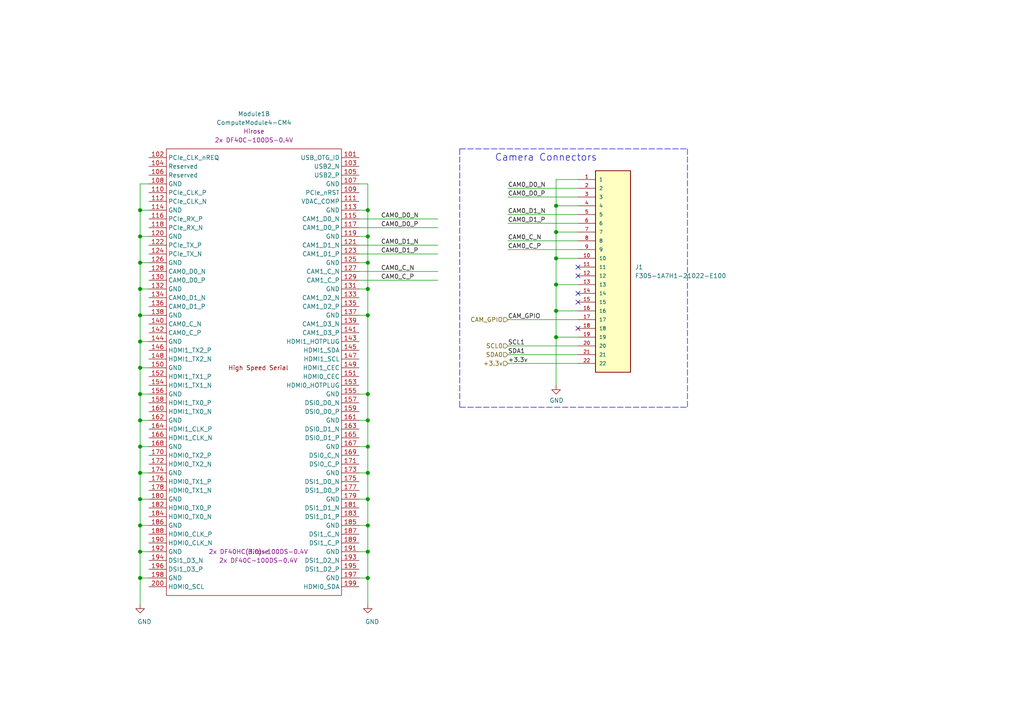
<source format=kicad_sch>
(kicad_sch
	(version 20231120)
	(generator "eeschema")
	(generator_version "8.0")
	(uuid "081fcee4-218c-4acc-9630-1163ff2de02e")
	(paper "A4")
	(title_block
		(title "Raspberry Pi Compute Module 4 Carrier Template")
		(date "2020-10-31")
		(rev "v01")
		(comment 2 "creativecommons.org/licenses/by-sa/4.0")
		(comment 3 "License: CC BY 4.0")
		(comment 4 "Author: Shawn Hymel")
	)
	(lib_symbols
		(symbol "CM4IO:ComputeModule4-CM4"
			(exclude_from_sim no)
			(in_bom yes)
			(on_board yes)
			(property "Reference" "Module"
				(at 113.03 -68.58 0)
				(effects
					(font
						(size 1.27 1.27)
					)
				)
			)
			(property "Value" "ComputeModule4-CM4"
				(at 140.97 2.54 0)
				(effects
					(font
						(size 1.27 1.27)
					)
				)
			)
			(property "Footprint" "CM4IO:Raspberry-Pi-4-Compute-Module"
				(at 142.24 -26.67 0)
				(effects
					(font
						(size 1.27 1.27)
					)
					(hide yes)
				)
			)
			(property "Datasheet" ""
				(at 142.24 -26.67 0)
				(effects
					(font
						(size 1.27 1.27)
					)
					(hide yes)
				)
			)
			(property "Description" ""
				(at 0 0 0)
				(effects
					(font
						(size 1.27 1.27)
					)
					(hide yes)
				)
			)
			(property "Manufacturer" "Hirose"
				(at 0 0 0)
				(effects
					(font
						(size 1.27 1.27)
					)
				)
			)
			(property "MPN" "2x DF40C-100DS-0.4V"
				(at 0 -2.54 0)
				(effects
					(font
						(size 1.27 1.27)
					)
				)
			)
			(property "Digi-Key_PN" "2x H11615CT-ND"
				(at 0 0 0)
				(effects
					(font
						(size 1.27 1.27)
					)
					(hide yes)
				)
			)
			(property "MPN (Alt)" "2x DF40HC(3.0)-100DS-0.4V"
				(at 0 0 0)
				(effects
					(font
						(size 1.27 1.27)
					)
				)
			)
			(property "Digi-Key_PN (Alt)" "2x H124602CT-ND"
				(at 0 0 0)
				(effects
					(font
						(size 1.27 1.27)
					)
					(hide yes)
				)
			)
			(symbol "ComputeModule4-CM4_1_0"
				(text "GPIO"
					(at 0 6.35 0)
					(effects
						(font
							(size 1.27 1.27)
						)
					)
				)
			)
			(symbol "ComputeModule4-CM4_1_1"
				(rectangle
					(start -30.48 -71.12)
					(end 25.4 58.42)
					(stroke
						(width 0)
						(type default)
					)
					(fill
						(type none)
					)
				)
				(text "600mA Max"
					(at -8.89 -53.34 0)
					(effects
						(font
							(size 1.27 1.27)
						)
					)
				)
				(text "600mA Max"
					(at -8.89 -48.26 0)
					(effects
						(font
							(size 1.27 1.27)
						)
					)
				)
				(text "NB SD signals are only available"
					(at -1.27 -27.94 0)
					(effects
						(font
							(size 1.27 1.27)
						)
					)
				)
				(text "on modules without eMMC"
					(at -1.27 -30.48 0)
					(effects
						(font
							(size 1.27 1.27)
						)
					)
				)
				(pin power_in line
					(at 27.94 55.88 180)
					(length 2.54)
					(name "GND"
						(effects
							(font
								(size 1.27 1.27)
							)
						)
					)
					(number "1"
						(effects
							(font
								(size 1.27 1.27)
							)
						)
					)
				)
				(pin passive line
					(at -33.02 45.72 0)
					(length 2.54)
					(name "Ethernet_Pair0_N"
						(effects
							(font
								(size 1.27 1.27)
							)
						)
					)
					(number "10"
						(effects
							(font
								(size 1.27 1.27)
							)
						)
					)
				)
				(pin output line
					(at -33.02 -68.58 0)
					(length 2.54)
					(name "nEXTRST"
						(effects
							(font
								(size 1.27 1.27)
							)
						)
					)
					(number "100"
						(effects
							(font
								(size 1.27 1.27)
							)
						)
					)
				)
				(pin passive line
					(at 27.94 43.18 180)
					(length 2.54)
					(name "Ethernet_Pair2_P"
						(effects
							(font
								(size 1.27 1.27)
							)
						)
					)
					(number "11"
						(effects
							(font
								(size 1.27 1.27)
							)
						)
					)
				)
				(pin passive line
					(at -33.02 43.18 0)
					(length 2.54)
					(name "Ethernet_Pair0_P"
						(effects
							(font
								(size 1.27 1.27)
							)
						)
					)
					(number "12"
						(effects
							(font
								(size 1.27 1.27)
							)
						)
					)
				)
				(pin power_in line
					(at 27.94 40.64 180)
					(length 2.54)
					(name "GND"
						(effects
							(font
								(size 1.27 1.27)
							)
						)
					)
					(number "13"
						(effects
							(font
								(size 1.27 1.27)
							)
						)
					)
				)
				(pin power_in line
					(at -33.02 40.64 0)
					(length 2.54)
					(name "GND"
						(effects
							(font
								(size 1.27 1.27)
							)
						)
					)
					(number "14"
						(effects
							(font
								(size 1.27 1.27)
							)
						)
					)
				)
				(pin output line
					(at 27.94 38.1 180)
					(length 2.54)
					(name "Ethernet_nLED3(3.3v)"
						(effects
							(font
								(size 1.27 1.27)
							)
						)
					)
					(number "15"
						(effects
							(font
								(size 1.27 1.27)
							)
						)
					)
				)
				(pin input line
					(at -33.02 38.1 0)
					(length 2.54)
					(name "Ethernet_SYNC_IN(1.8v)"
						(effects
							(font
								(size 1.27 1.27)
							)
						)
					)
					(number "16"
						(effects
							(font
								(size 1.27 1.27)
							)
						)
					)
				)
				(pin output line
					(at 27.94 35.56 180)
					(length 2.54)
					(name "Ethernet_nLED2(3.3v)"
						(effects
							(font
								(size 1.27 1.27)
							)
						)
					)
					(number "17"
						(effects
							(font
								(size 1.27 1.27)
							)
						)
					)
				)
				(pin input line
					(at -33.02 35.56 0)
					(length 2.54)
					(name "Ethernet_SYNC_OUT(1.8v)"
						(effects
							(font
								(size 1.27 1.27)
							)
						)
					)
					(number "18"
						(effects
							(font
								(size 1.27 1.27)
							)
						)
					)
				)
				(pin output line
					(at 27.94 33.02 180)
					(length 2.54)
					(name "Ethernet_nLED1(3.3v)"
						(effects
							(font
								(size 1.27 1.27)
							)
						)
					)
					(number "19"
						(effects
							(font
								(size 1.27 1.27)
							)
						)
					)
				)
				(pin power_in line
					(at -33.02 55.88 0)
					(length 2.54)
					(name "GND"
						(effects
							(font
								(size 1.27 1.27)
							)
						)
					)
					(number "2"
						(effects
							(font
								(size 1.27 1.27)
							)
						)
					)
				)
				(pin passive line
					(at -33.02 33.02 0)
					(length 2.54)
					(name "EEPROM_nWP"
						(effects
							(font
								(size 1.27 1.27)
							)
						)
					)
					(number "20"
						(effects
							(font
								(size 1.27 1.27)
							)
						)
					)
				)
				(pin open_collector line
					(at 27.94 30.48 180)
					(length 2.54)
					(name "PI_nLED_Activity"
						(effects
							(font
								(size 1.27 1.27)
							)
						)
					)
					(number "21"
						(effects
							(font
								(size 1.27 1.27)
							)
						)
					)
				)
				(pin power_in line
					(at -33.02 30.48 0)
					(length 2.54)
					(name "GND"
						(effects
							(font
								(size 1.27 1.27)
							)
						)
					)
					(number "22"
						(effects
							(font
								(size 1.27 1.27)
							)
						)
					)
				)
				(pin power_in line
					(at 27.94 27.94 180)
					(length 2.54)
					(name "GND"
						(effects
							(font
								(size 1.27 1.27)
							)
						)
					)
					(number "23"
						(effects
							(font
								(size 1.27 1.27)
							)
						)
					)
				)
				(pin passive line
					(at -33.02 27.94 0)
					(length 2.54)
					(name "GPIO26"
						(effects
							(font
								(size 1.27 1.27)
							)
						)
					)
					(number "24"
						(effects
							(font
								(size 1.27 1.27)
							)
						)
					)
				)
				(pin passive line
					(at 27.94 25.4 180)
					(length 2.54)
					(name "GPIO21"
						(effects
							(font
								(size 1.27 1.27)
							)
						)
					)
					(number "25"
						(effects
							(font
								(size 1.27 1.27)
							)
						)
					)
				)
				(pin passive line
					(at -33.02 25.4 0)
					(length 2.54)
					(name "GPIO19"
						(effects
							(font
								(size 1.27 1.27)
							)
						)
					)
					(number "26"
						(effects
							(font
								(size 1.27 1.27)
							)
						)
					)
				)
				(pin passive line
					(at 27.94 22.86 180)
					(length 2.54)
					(name "GPIO20"
						(effects
							(font
								(size 1.27 1.27)
							)
						)
					)
					(number "27"
						(effects
							(font
								(size 1.27 1.27)
							)
						)
					)
				)
				(pin passive line
					(at -33.02 22.86 0)
					(length 2.54)
					(name "GPIO13"
						(effects
							(font
								(size 1.27 1.27)
							)
						)
					)
					(number "28"
						(effects
							(font
								(size 1.27 1.27)
							)
						)
					)
				)
				(pin passive line
					(at 27.94 20.32 180)
					(length 2.54)
					(name "GPIO16"
						(effects
							(font
								(size 1.27 1.27)
							)
						)
					)
					(number "29"
						(effects
							(font
								(size 1.27 1.27)
							)
						)
					)
				)
				(pin passive line
					(at 27.94 53.34 180)
					(length 2.54)
					(name "Ethernet_Pair3_P"
						(effects
							(font
								(size 1.27 1.27)
							)
						)
					)
					(number "3"
						(effects
							(font
								(size 1.27 1.27)
							)
						)
					)
				)
				(pin passive line
					(at -33.02 20.32 0)
					(length 2.54)
					(name "GPIO6"
						(effects
							(font
								(size 1.27 1.27)
							)
						)
					)
					(number "30"
						(effects
							(font
								(size 1.27 1.27)
							)
						)
					)
				)
				(pin passive line
					(at 27.94 17.78 180)
					(length 2.54)
					(name "GPIO12"
						(effects
							(font
								(size 1.27 1.27)
							)
						)
					)
					(number "31"
						(effects
							(font
								(size 1.27 1.27)
							)
						)
					)
				)
				(pin power_in line
					(at -33.02 17.78 0)
					(length 2.54)
					(name "GND"
						(effects
							(font
								(size 1.27 1.27)
							)
						)
					)
					(number "32"
						(effects
							(font
								(size 1.27 1.27)
							)
						)
					)
				)
				(pin power_in line
					(at 27.94 15.24 180)
					(length 2.54)
					(name "GND"
						(effects
							(font
								(size 1.27 1.27)
							)
						)
					)
					(number "33"
						(effects
							(font
								(size 1.27 1.27)
							)
						)
					)
				)
				(pin passive line
					(at -33.02 15.24 0)
					(length 2.54)
					(name "GPIO5"
						(effects
							(font
								(size 1.27 1.27)
							)
						)
					)
					(number "34"
						(effects
							(font
								(size 1.27 1.27)
							)
						)
					)
				)
				(pin passive line
					(at 27.94 12.7 180)
					(length 2.54)
					(name "ID_SC"
						(effects
							(font
								(size 1.27 1.27)
							)
						)
					)
					(number "35"
						(effects
							(font
								(size 1.27 1.27)
							)
						)
					)
				)
				(pin passive line
					(at -33.02 12.7 0)
					(length 2.54)
					(name "ID_SD"
						(effects
							(font
								(size 1.27 1.27)
							)
						)
					)
					(number "36"
						(effects
							(font
								(size 1.27 1.27)
							)
						)
					)
				)
				(pin passive line
					(at 27.94 10.16 180)
					(length 2.54)
					(name "GPIO7"
						(effects
							(font
								(size 1.27 1.27)
							)
						)
					)
					(number "37"
						(effects
							(font
								(size 1.27 1.27)
							)
						)
					)
				)
				(pin passive line
					(at -33.02 10.16 0)
					(length 2.54)
					(name "GPIO11"
						(effects
							(font
								(size 1.27 1.27)
							)
						)
					)
					(number "38"
						(effects
							(font
								(size 1.27 1.27)
							)
						)
					)
				)
				(pin passive line
					(at 27.94 7.62 180)
					(length 2.54)
					(name "GPIO8"
						(effects
							(font
								(size 1.27 1.27)
							)
						)
					)
					(number "39"
						(effects
							(font
								(size 1.27 1.27)
							)
						)
					)
				)
				(pin passive line
					(at -33.02 53.34 0)
					(length 2.54)
					(name "Ethernet_Pair1_P"
						(effects
							(font
								(size 1.27 1.27)
							)
						)
					)
					(number "4"
						(effects
							(font
								(size 1.27 1.27)
							)
						)
					)
				)
				(pin passive line
					(at -33.02 7.62 0)
					(length 2.54)
					(name "GPIO9"
						(effects
							(font
								(size 1.27 1.27)
							)
						)
					)
					(number "40"
						(effects
							(font
								(size 1.27 1.27)
							)
						)
					)
				)
				(pin passive line
					(at 27.94 5.08 180)
					(length 2.54)
					(name "GPIO25"
						(effects
							(font
								(size 1.27 1.27)
							)
						)
					)
					(number "41"
						(effects
							(font
								(size 1.27 1.27)
							)
						)
					)
				)
				(pin power_in line
					(at -33.02 5.08 0)
					(length 2.54)
					(name "GND"
						(effects
							(font
								(size 1.27 1.27)
							)
						)
					)
					(number "42"
						(effects
							(font
								(size 1.27 1.27)
							)
						)
					)
				)
				(pin power_in line
					(at 27.94 2.54 180)
					(length 2.54)
					(name "GND"
						(effects
							(font
								(size 1.27 1.27)
							)
						)
					)
					(number "43"
						(effects
							(font
								(size 1.27 1.27)
							)
						)
					)
				)
				(pin passive line
					(at -33.02 2.54 0)
					(length 2.54)
					(name "GPIO10"
						(effects
							(font
								(size 1.27 1.27)
							)
						)
					)
					(number "44"
						(effects
							(font
								(size 1.27 1.27)
							)
						)
					)
				)
				(pin passive line
					(at 27.94 0 180)
					(length 2.54)
					(name "GPIO24"
						(effects
							(font
								(size 1.27 1.27)
							)
						)
					)
					(number "45"
						(effects
							(font
								(size 1.27 1.27)
							)
						)
					)
				)
				(pin passive line
					(at -33.02 0 0)
					(length 2.54)
					(name "GPIO22"
						(effects
							(font
								(size 1.27 1.27)
							)
						)
					)
					(number "46"
						(effects
							(font
								(size 1.27 1.27)
							)
						)
					)
				)
				(pin passive line
					(at 27.94 -2.54 180)
					(length 2.54)
					(name "GPIO23"
						(effects
							(font
								(size 1.27 1.27)
							)
						)
					)
					(number "47"
						(effects
							(font
								(size 1.27 1.27)
							)
						)
					)
				)
				(pin passive line
					(at -33.02 -2.54 0)
					(length 2.54)
					(name "GPIO27"
						(effects
							(font
								(size 1.27 1.27)
							)
						)
					)
					(number "48"
						(effects
							(font
								(size 1.27 1.27)
							)
						)
					)
				)
				(pin passive line
					(at 27.94 -5.08 180)
					(length 2.54)
					(name "GPIO18"
						(effects
							(font
								(size 1.27 1.27)
							)
						)
					)
					(number "49"
						(effects
							(font
								(size 1.27 1.27)
							)
						)
					)
				)
				(pin passive line
					(at 27.94 50.8 180)
					(length 2.54)
					(name "Ethernet_Pair3_N"
						(effects
							(font
								(size 1.27 1.27)
							)
						)
					)
					(number "5"
						(effects
							(font
								(size 1.27 1.27)
							)
						)
					)
				)
				(pin passive line
					(at -33.02 -5.08 0)
					(length 2.54)
					(name "GPIO17"
						(effects
							(font
								(size 1.27 1.27)
							)
						)
					)
					(number "50"
						(effects
							(font
								(size 1.27 1.27)
							)
						)
					)
				)
				(pin passive line
					(at 27.94 -7.62 180)
					(length 2.54)
					(name "GPIO15"
						(effects
							(font
								(size 1.27 1.27)
							)
						)
					)
					(number "51"
						(effects
							(font
								(size 1.27 1.27)
							)
						)
					)
				)
				(pin power_in line
					(at -33.02 -7.62 0)
					(length 2.54)
					(name "GND"
						(effects
							(font
								(size 1.27 1.27)
							)
						)
					)
					(number "52"
						(effects
							(font
								(size 1.27 1.27)
							)
						)
					)
				)
				(pin power_in line
					(at 27.94 -10.16 180)
					(length 2.54)
					(name "GND"
						(effects
							(font
								(size 1.27 1.27)
							)
						)
					)
					(number "53"
						(effects
							(font
								(size 1.27 1.27)
							)
						)
					)
				)
				(pin passive line
					(at -33.02 -10.16 0)
					(length 2.54)
					(name "GPIO4"
						(effects
							(font
								(size 1.27 1.27)
							)
						)
					)
					(number "54"
						(effects
							(font
								(size 1.27 1.27)
							)
						)
					)
				)
				(pin passive line
					(at 27.94 -12.7 180)
					(length 2.54)
					(name "GPIO14"
						(effects
							(font
								(size 1.27 1.27)
							)
						)
					)
					(number "55"
						(effects
							(font
								(size 1.27 1.27)
							)
						)
					)
				)
				(pin passive line
					(at -33.02 -12.7 0)
					(length 2.54)
					(name "GPIO3"
						(effects
							(font
								(size 1.27 1.27)
							)
						)
					)
					(number "56"
						(effects
							(font
								(size 1.27 1.27)
							)
						)
					)
				)
				(pin passive line
					(at 27.94 -15.24 180)
					(length 2.54)
					(name "SD_CLK"
						(effects
							(font
								(size 1.27 1.27)
							)
						)
					)
					(number "57"
						(effects
							(font
								(size 1.27 1.27)
							)
						)
					)
				)
				(pin passive line
					(at -33.02 -15.24 0)
					(length 2.54)
					(name "GPIO2"
						(effects
							(font
								(size 1.27 1.27)
							)
						)
					)
					(number "58"
						(effects
							(font
								(size 1.27 1.27)
							)
						)
					)
				)
				(pin power_in line
					(at 27.94 -17.78 180)
					(length 2.54)
					(name "GND"
						(effects
							(font
								(size 1.27 1.27)
							)
						)
					)
					(number "59"
						(effects
							(font
								(size 1.27 1.27)
							)
						)
					)
				)
				(pin passive line
					(at -33.02 50.8 0)
					(length 2.54)
					(name "Ethernet_Pair1_N"
						(effects
							(font
								(size 1.27 1.27)
							)
						)
					)
					(number "6"
						(effects
							(font
								(size 1.27 1.27)
							)
						)
					)
				)
				(pin power_in line
					(at -33.02 -17.78 0)
					(length 2.54)
					(name "GND"
						(effects
							(font
								(size 1.27 1.27)
							)
						)
					)
					(number "60"
						(effects
							(font
								(size 1.27 1.27)
							)
						)
					)
				)
				(pin passive line
					(at 27.94 -20.32 180)
					(length 2.54)
					(name "SD_DAT3"
						(effects
							(font
								(size 1.27 1.27)
							)
						)
					)
					(number "61"
						(effects
							(font
								(size 1.27 1.27)
							)
						)
					)
				)
				(pin passive line
					(at -33.02 -20.32 0)
					(length 2.54)
					(name "SD_CMD"
						(effects
							(font
								(size 1.27 1.27)
							)
						)
					)
					(number "62"
						(effects
							(font
								(size 1.27 1.27)
							)
						)
					)
				)
				(pin passive line
					(at 27.94 -22.86 180)
					(length 2.54)
					(name "SD_DAT0"
						(effects
							(font
								(size 1.27 1.27)
							)
						)
					)
					(number "63"
						(effects
							(font
								(size 1.27 1.27)
							)
						)
					)
				)
				(pin passive line
					(at -33.02 -22.86 0)
					(length 2.54)
					(name "SD_DAT5"
						(effects
							(font
								(size 1.27 1.27)
							)
						)
					)
					(number "64"
						(effects
							(font
								(size 1.27 1.27)
							)
						)
					)
				)
				(pin power_in line
					(at 27.94 -25.4 180)
					(length 2.54)
					(name "GND"
						(effects
							(font
								(size 1.27 1.27)
							)
						)
					)
					(number "65"
						(effects
							(font
								(size 1.27 1.27)
							)
						)
					)
				)
				(pin power_in line
					(at -33.02 -25.4 0)
					(length 2.54)
					(name "GND"
						(effects
							(font
								(size 1.27 1.27)
							)
						)
					)
					(number "66"
						(effects
							(font
								(size 1.27 1.27)
							)
						)
					)
				)
				(pin passive line
					(at 27.94 -27.94 180)
					(length 2.54)
					(name "SD_DAT1"
						(effects
							(font
								(size 1.27 1.27)
							)
						)
					)
					(number "67"
						(effects
							(font
								(size 1.27 1.27)
							)
						)
					)
				)
				(pin passive line
					(at -33.02 -27.94 0)
					(length 2.54)
					(name "SD_DAT4"
						(effects
							(font
								(size 1.27 1.27)
							)
						)
					)
					(number "68"
						(effects
							(font
								(size 1.27 1.27)
							)
						)
					)
				)
				(pin passive line
					(at 27.94 -30.48 180)
					(length 2.54)
					(name "SD_DAT2"
						(effects
							(font
								(size 1.27 1.27)
							)
						)
					)
					(number "69"
						(effects
							(font
								(size 1.27 1.27)
							)
						)
					)
				)
				(pin power_in line
					(at 27.94 48.26 180)
					(length 2.54)
					(name "GND"
						(effects
							(font
								(size 1.27 1.27)
							)
						)
					)
					(number "7"
						(effects
							(font
								(size 1.27 1.27)
							)
						)
					)
				)
				(pin passive line
					(at -33.02 -30.48 0)
					(length 2.54)
					(name "SD_DAT7"
						(effects
							(font
								(size 1.27 1.27)
							)
						)
					)
					(number "70"
						(effects
							(font
								(size 1.27 1.27)
							)
						)
					)
				)
				(pin power_in line
					(at 27.94 -33.02 180)
					(length 2.54)
					(name "GND"
						(effects
							(font
								(size 1.27 1.27)
							)
						)
					)
					(number "71"
						(effects
							(font
								(size 1.27 1.27)
							)
						)
					)
				)
				(pin passive line
					(at -33.02 -33.02 0)
					(length 2.54)
					(name "SD_DAT6"
						(effects
							(font
								(size 1.27 1.27)
							)
						)
					)
					(number "72"
						(effects
							(font
								(size 1.27 1.27)
							)
						)
					)
				)
				(pin input line
					(at 27.94 -35.56 180)
					(length 2.54)
					(name "SD_VDD_Override"
						(effects
							(font
								(size 1.27 1.27)
							)
						)
					)
					(number "73"
						(effects
							(font
								(size 1.27 1.27)
							)
						)
					)
				)
				(pin power_in line
					(at -33.02 -35.56 0)
					(length 2.54)
					(name "GND"
						(effects
							(font
								(size 1.27 1.27)
							)
						)
					)
					(number "74"
						(effects
							(font
								(size 1.27 1.27)
							)
						)
					)
				)
				(pin output line
					(at 27.94 -38.1 180)
					(length 2.54)
					(name "SD_PWR_ON"
						(effects
							(font
								(size 1.27 1.27)
							)
						)
					)
					(number "75"
						(effects
							(font
								(size 1.27 1.27)
							)
						)
					)
				)
				(pin passive line
					(at -33.02 -38.1 0)
					(length 2.54)
					(name "Reserved"
						(effects
							(font
								(size 1.27 1.27)
							)
						)
					)
					(number "76"
						(effects
							(font
								(size 1.27 1.27)
							)
						)
					)
				)
				(pin power_in line
					(at 27.94 -40.64 180)
					(length 2.54)
					(name "+5v_(Input)"
						(effects
							(font
								(size 1.27 1.27)
							)
						)
					)
					(number "77"
						(effects
							(font
								(size 1.27 1.27)
							)
						)
					)
				)
				(pin power_in line
					(at -33.02 -40.64 0)
					(length 2.54)
					(name "GPIO_VREF(1.8v/3.3v_Input)"
						(effects
							(font
								(size 1.27 1.27)
							)
						)
					)
					(number "78"
						(effects
							(font
								(size 1.27 1.27)
							)
						)
					)
				)
				(pin power_in line
					(at 27.94 -43.18 180)
					(length 2.54)
					(name "+5v_(Input)"
						(effects
							(font
								(size 1.27 1.27)
							)
						)
					)
					(number "79"
						(effects
							(font
								(size 1.27 1.27)
							)
						)
					)
				)
				(pin power_in line
					(at -33.02 48.26 0)
					(length 2.54)
					(name "GND"
						(effects
							(font
								(size 1.27 1.27)
							)
						)
					)
					(number "8"
						(effects
							(font
								(size 1.27 1.27)
							)
						)
					)
				)
				(pin passive line
					(at -33.02 -43.18 0)
					(length 2.54)
					(name "SCL0"
						(effects
							(font
								(size 1.27 1.27)
							)
						)
					)
					(number "80"
						(effects
							(font
								(size 1.27 1.27)
							)
						)
					)
				)
				(pin power_in line
					(at 27.94 -45.72 180)
					(length 2.54)
					(name "+5v_(Input)"
						(effects
							(font
								(size 1.27 1.27)
							)
						)
					)
					(number "81"
						(effects
							(font
								(size 1.27 1.27)
							)
						)
					)
				)
				(pin passive line
					(at -33.02 -45.72 0)
					(length 2.54)
					(name "SDA0"
						(effects
							(font
								(size 1.27 1.27)
							)
						)
					)
					(number "82"
						(effects
							(font
								(size 1.27 1.27)
							)
						)
					)
				)
				(pin power_in line
					(at 27.94 -48.26 180)
					(length 2.54)
					(name "+5v_(Input)"
						(effects
							(font
								(size 1.27 1.27)
							)
						)
					)
					(number "83"
						(effects
							(font
								(size 1.27 1.27)
							)
						)
					)
				)
				(pin power_out line
					(at -33.02 -48.26 0)
					(length 2.54)
					(name "+3.3v_(Output)"
						(effects
							(font
								(size 1.27 1.27)
							)
						)
					)
					(number "84"
						(effects
							(font
								(size 1.27 1.27)
							)
						)
					)
				)
				(pin power_in line
					(at 27.94 -50.8 180)
					(length 2.54)
					(name "+5v_(Input)"
						(effects
							(font
								(size 1.27 1.27)
							)
						)
					)
					(number "85"
						(effects
							(font
								(size 1.27 1.27)
							)
						)
					)
				)
				(pin power_out line
					(at -33.02 -50.8 0)
					(length 2.54)
					(name "+3.3v_(Output)"
						(effects
							(font
								(size 1.27 1.27)
							)
						)
					)
					(number "86"
						(effects
							(font
								(size 1.27 1.27)
							)
						)
					)
				)
				(pin power_in line
					(at 27.94 -53.34 180)
					(length 2.54)
					(name "+5v_(Input)"
						(effects
							(font
								(size 1.27 1.27)
							)
						)
					)
					(number "87"
						(effects
							(font
								(size 1.27 1.27)
							)
						)
					)
				)
				(pin power_out line
					(at -33.02 -53.34 0)
					(length 2.54)
					(name "+1.8v_(Output)"
						(effects
							(font
								(size 1.27 1.27)
							)
						)
					)
					(number "88"
						(effects
							(font
								(size 1.27 1.27)
							)
						)
					)
				)
				(pin power_in line
					(at 27.94 -55.88 180)
					(length 2.54)
					(name "WiFi_nDisable"
						(effects
							(font
								(size 1.27 1.27)
							)
						)
					)
					(number "89"
						(effects
							(font
								(size 1.27 1.27)
							)
						)
					)
				)
				(pin passive line
					(at 27.94 45.72 180)
					(length 2.54)
					(name "Ethernet_Pair2_N"
						(effects
							(font
								(size 1.27 1.27)
							)
						)
					)
					(number "9"
						(effects
							(font
								(size 1.27 1.27)
							)
						)
					)
				)
				(pin power_out line
					(at -33.02 -55.88 0)
					(length 2.54)
					(name "+1.8v_(Output)"
						(effects
							(font
								(size 1.27 1.27)
							)
						)
					)
					(number "90"
						(effects
							(font
								(size 1.27 1.27)
							)
						)
					)
				)
				(pin power_in line
					(at 27.94 -58.42 180)
					(length 2.54)
					(name "BT_nDisable"
						(effects
							(font
								(size 1.27 1.27)
							)
						)
					)
					(number "91"
						(effects
							(font
								(size 1.27 1.27)
							)
						)
					)
				)
				(pin passive line
					(at -33.02 -58.42 0)
					(length 2.54)
					(name "RUN_PG"
						(effects
							(font
								(size 1.27 1.27)
							)
						)
					)
					(number "92"
						(effects
							(font
								(size 1.27 1.27)
							)
						)
					)
				)
				(pin input line
					(at 27.94 -60.96 180)
					(length 2.54)
					(name "nRPIBOOT"
						(effects
							(font
								(size 1.27 1.27)
							)
						)
					)
					(number "93"
						(effects
							(font
								(size 1.27 1.27)
							)
						)
					)
				)
				(pin passive line
					(at -33.02 -60.96 0)
					(length 2.54)
					(name "AnalogIP0"
						(effects
							(font
								(size 1.27 1.27)
							)
						)
					)
					(number "94"
						(effects
							(font
								(size 1.27 1.27)
							)
						)
					)
				)
				(pin output line
					(at 27.94 -63.5 180)
					(length 2.54)
					(name "nPI_LED_PWR"
						(effects
							(font
								(size 1.27 1.27)
							)
						)
					)
					(number "95"
						(effects
							(font
								(size 1.27 1.27)
							)
						)
					)
				)
				(pin passive line
					(at -33.02 -63.5 0)
					(length 2.54)
					(name "AnalogIP1"
						(effects
							(font
								(size 1.27 1.27)
							)
						)
					)
					(number "96"
						(effects
							(font
								(size 1.27 1.27)
							)
						)
					)
				)
				(pin passive line
					(at 27.94 -66.04 180)
					(length 2.54)
					(name "Camera_GPIO"
						(effects
							(font
								(size 1.27 1.27)
							)
						)
					)
					(number "97"
						(effects
							(font
								(size 1.27 1.27)
							)
						)
					)
				)
				(pin power_in line
					(at -33.02 -66.04 0)
					(length 2.54)
					(name "GND"
						(effects
							(font
								(size 1.27 1.27)
							)
						)
					)
					(number "98"
						(effects
							(font
								(size 1.27 1.27)
							)
						)
					)
				)
				(pin input line
					(at 27.94 -68.58 180)
					(length 2.54)
					(name "Global_EN"
						(effects
							(font
								(size 1.27 1.27)
							)
						)
					)
					(number "99"
						(effects
							(font
								(size 1.27 1.27)
							)
						)
					)
				)
			)
			(symbol "ComputeModule4-CM4_2_1"
				(rectangle
					(start 114.3 -66.04)
					(end 165.1 63.5)
					(stroke
						(width 0)
						(type default)
					)
					(fill
						(type none)
					)
				)
				(text "High Speed Serial"
					(at 140.97 0 0)
					(effects
						(font
							(size 1.27 1.27)
						)
					)
				)
				(pin input line
					(at 170.18 60.96 180)
					(length 5.08)
					(name "USB_OTG_ID"
						(effects
							(font
								(size 1.27 1.27)
							)
						)
					)
					(number "101"
						(effects
							(font
								(size 1.27 1.27)
							)
						)
					)
				)
				(pin input line
					(at 109.22 60.96 0)
					(length 5.08)
					(name "PCIe_CLK_nREQ"
						(effects
							(font
								(size 1.27 1.27)
							)
						)
					)
					(number "102"
						(effects
							(font
								(size 1.27 1.27)
							)
						)
					)
				)
				(pin passive line
					(at 170.18 58.42 180)
					(length 5.08)
					(name "USB2_N"
						(effects
							(font
								(size 1.27 1.27)
							)
						)
					)
					(number "103"
						(effects
							(font
								(size 1.27 1.27)
							)
						)
					)
				)
				(pin passive line
					(at 109.22 58.42 0)
					(length 5.08)
					(name "Reserved"
						(effects
							(font
								(size 1.27 1.27)
							)
						)
					)
					(number "104"
						(effects
							(font
								(size 1.27 1.27)
							)
						)
					)
				)
				(pin passive line
					(at 170.18 55.88 180)
					(length 5.08)
					(name "USB2_P"
						(effects
							(font
								(size 1.27 1.27)
							)
						)
					)
					(number "105"
						(effects
							(font
								(size 1.27 1.27)
							)
						)
					)
				)
				(pin passive line
					(at 109.22 55.88 0)
					(length 5.08)
					(name "Reserved"
						(effects
							(font
								(size 1.27 1.27)
							)
						)
					)
					(number "106"
						(effects
							(font
								(size 1.27 1.27)
							)
						)
					)
				)
				(pin power_in line
					(at 170.18 53.34 180)
					(length 5.08)
					(name "GND"
						(effects
							(font
								(size 1.27 1.27)
							)
						)
					)
					(number "107"
						(effects
							(font
								(size 1.27 1.27)
							)
						)
					)
				)
				(pin power_in line
					(at 109.22 53.34 0)
					(length 5.08)
					(name "GND"
						(effects
							(font
								(size 1.27 1.27)
							)
						)
					)
					(number "108"
						(effects
							(font
								(size 1.27 1.27)
							)
						)
					)
				)
				(pin bidirectional line
					(at 170.18 50.8 180)
					(length 5.08)
					(name "PCIe_nRST"
						(effects
							(font
								(size 1.27 1.27)
							)
						)
					)
					(number "109"
						(effects
							(font
								(size 1.27 1.27)
							)
						)
					)
				)
				(pin output line
					(at 109.22 50.8 0)
					(length 5.08)
					(name "PCIe_CLK_P"
						(effects
							(font
								(size 1.27 1.27)
							)
						)
					)
					(number "110"
						(effects
							(font
								(size 1.27 1.27)
							)
						)
					)
				)
				(pin passive line
					(at 170.18 48.26 180)
					(length 5.08)
					(name "VDAC_COMP"
						(effects
							(font
								(size 1.27 1.27)
							)
						)
					)
					(number "111"
						(effects
							(font
								(size 1.27 1.27)
							)
						)
					)
				)
				(pin output line
					(at 109.22 48.26 0)
					(length 5.08)
					(name "PCIe_CLK_N"
						(effects
							(font
								(size 1.27 1.27)
							)
						)
					)
					(number "112"
						(effects
							(font
								(size 1.27 1.27)
							)
						)
					)
				)
				(pin power_in line
					(at 170.18 45.72 180)
					(length 5.08)
					(name "GND"
						(effects
							(font
								(size 1.27 1.27)
							)
						)
					)
					(number "113"
						(effects
							(font
								(size 1.27 1.27)
							)
						)
					)
				)
				(pin power_in line
					(at 109.22 45.72 0)
					(length 5.08)
					(name "GND"
						(effects
							(font
								(size 1.27 1.27)
							)
						)
					)
					(number "114"
						(effects
							(font
								(size 1.27 1.27)
							)
						)
					)
				)
				(pin input line
					(at 170.18 43.18 180)
					(length 5.08)
					(name "CAM1_D0_N"
						(effects
							(font
								(size 1.27 1.27)
							)
						)
					)
					(number "115"
						(effects
							(font
								(size 1.27 1.27)
							)
						)
					)
				)
				(pin input line
					(at 109.22 43.18 0)
					(length 5.08)
					(name "PCIe_RX_P"
						(effects
							(font
								(size 1.27 1.27)
							)
						)
					)
					(number "116"
						(effects
							(font
								(size 1.27 1.27)
							)
						)
					)
				)
				(pin input line
					(at 170.18 40.64 180)
					(length 5.08)
					(name "CAM1_D0_P"
						(effects
							(font
								(size 1.27 1.27)
							)
						)
					)
					(number "117"
						(effects
							(font
								(size 1.27 1.27)
							)
						)
					)
				)
				(pin input line
					(at 109.22 40.64 0)
					(length 5.08)
					(name "PCIe_RX_N"
						(effects
							(font
								(size 1.27 1.27)
							)
						)
					)
					(number "118"
						(effects
							(font
								(size 1.27 1.27)
							)
						)
					)
				)
				(pin power_in line
					(at 170.18 38.1 180)
					(length 5.08)
					(name "GND"
						(effects
							(font
								(size 1.27 1.27)
							)
						)
					)
					(number "119"
						(effects
							(font
								(size 1.27 1.27)
							)
						)
					)
				)
				(pin power_in line
					(at 109.22 38.1 0)
					(length 5.08)
					(name "GND"
						(effects
							(font
								(size 1.27 1.27)
							)
						)
					)
					(number "120"
						(effects
							(font
								(size 1.27 1.27)
							)
						)
					)
				)
				(pin input line
					(at 170.18 35.56 180)
					(length 5.08)
					(name "CAM1_D1_N"
						(effects
							(font
								(size 1.27 1.27)
							)
						)
					)
					(number "121"
						(effects
							(font
								(size 1.27 1.27)
							)
						)
					)
				)
				(pin output line
					(at 109.22 35.56 0)
					(length 5.08)
					(name "PCIe_TX_P"
						(effects
							(font
								(size 1.27 1.27)
							)
						)
					)
					(number "122"
						(effects
							(font
								(size 1.27 1.27)
							)
						)
					)
				)
				(pin input line
					(at 170.18 33.02 180)
					(length 5.08)
					(name "CAM1_D1_P"
						(effects
							(font
								(size 1.27 1.27)
							)
						)
					)
					(number "123"
						(effects
							(font
								(size 1.27 1.27)
							)
						)
					)
				)
				(pin output line
					(at 109.22 33.02 0)
					(length 5.08)
					(name "PCIe_TX_N"
						(effects
							(font
								(size 1.27 1.27)
							)
						)
					)
					(number "124"
						(effects
							(font
								(size 1.27 1.27)
							)
						)
					)
				)
				(pin power_in line
					(at 170.18 30.48 180)
					(length 5.08)
					(name "GND"
						(effects
							(font
								(size 1.27 1.27)
							)
						)
					)
					(number "125"
						(effects
							(font
								(size 1.27 1.27)
							)
						)
					)
				)
				(pin power_in line
					(at 109.22 30.48 0)
					(length 5.08)
					(name "GND"
						(effects
							(font
								(size 1.27 1.27)
							)
						)
					)
					(number "126"
						(effects
							(font
								(size 1.27 1.27)
							)
						)
					)
				)
				(pin input line
					(at 170.18 27.94 180)
					(length 5.08)
					(name "CAM1_C_N"
						(effects
							(font
								(size 1.27 1.27)
							)
						)
					)
					(number "127"
						(effects
							(font
								(size 1.27 1.27)
							)
						)
					)
				)
				(pin input line
					(at 109.22 27.94 0)
					(length 5.08)
					(name "CAM0_D0_N"
						(effects
							(font
								(size 1.27 1.27)
							)
						)
					)
					(number "128"
						(effects
							(font
								(size 1.27 1.27)
							)
						)
					)
				)
				(pin input line
					(at 170.18 25.4 180)
					(length 5.08)
					(name "CAM1_C_P"
						(effects
							(font
								(size 1.27 1.27)
							)
						)
					)
					(number "129"
						(effects
							(font
								(size 1.27 1.27)
							)
						)
					)
				)
				(pin input line
					(at 109.22 25.4 0)
					(length 5.08)
					(name "CAM0_D0_P"
						(effects
							(font
								(size 1.27 1.27)
							)
						)
					)
					(number "130"
						(effects
							(font
								(size 1.27 1.27)
							)
						)
					)
				)
				(pin power_in line
					(at 170.18 22.86 180)
					(length 5.08)
					(name "GND"
						(effects
							(font
								(size 1.27 1.27)
							)
						)
					)
					(number "131"
						(effects
							(font
								(size 1.27 1.27)
							)
						)
					)
				)
				(pin power_in line
					(at 109.22 22.86 0)
					(length 5.08)
					(name "GND"
						(effects
							(font
								(size 1.27 1.27)
							)
						)
					)
					(number "132"
						(effects
							(font
								(size 1.27 1.27)
							)
						)
					)
				)
				(pin input line
					(at 170.18 20.32 180)
					(length 5.08)
					(name "CAM1_D2_N"
						(effects
							(font
								(size 1.27 1.27)
							)
						)
					)
					(number "133"
						(effects
							(font
								(size 1.27 1.27)
							)
						)
					)
				)
				(pin input line
					(at 109.22 20.32 0)
					(length 5.08)
					(name "CAM0_D1_N"
						(effects
							(font
								(size 1.27 1.27)
							)
						)
					)
					(number "134"
						(effects
							(font
								(size 1.27 1.27)
							)
						)
					)
				)
				(pin input line
					(at 170.18 17.78 180)
					(length 5.08)
					(name "CAM1_D2_P"
						(effects
							(font
								(size 1.27 1.27)
							)
						)
					)
					(number "135"
						(effects
							(font
								(size 1.27 1.27)
							)
						)
					)
				)
				(pin input line
					(at 109.22 17.78 0)
					(length 5.08)
					(name "CAM0_D1_P"
						(effects
							(font
								(size 1.27 1.27)
							)
						)
					)
					(number "136"
						(effects
							(font
								(size 1.27 1.27)
							)
						)
					)
				)
				(pin power_in line
					(at 170.18 15.24 180)
					(length 5.08)
					(name "GND"
						(effects
							(font
								(size 1.27 1.27)
							)
						)
					)
					(number "137"
						(effects
							(font
								(size 1.27 1.27)
							)
						)
					)
				)
				(pin power_in line
					(at 109.22 15.24 0)
					(length 5.08)
					(name "GND"
						(effects
							(font
								(size 1.27 1.27)
							)
						)
					)
					(number "138"
						(effects
							(font
								(size 1.27 1.27)
							)
						)
					)
				)
				(pin input line
					(at 170.18 12.7 180)
					(length 5.08)
					(name "CAM1_D3_N"
						(effects
							(font
								(size 1.27 1.27)
							)
						)
					)
					(number "139"
						(effects
							(font
								(size 1.27 1.27)
							)
						)
					)
				)
				(pin input line
					(at 109.22 12.7 0)
					(length 5.08)
					(name "CAM0_C_N"
						(effects
							(font
								(size 1.27 1.27)
							)
						)
					)
					(number "140"
						(effects
							(font
								(size 1.27 1.27)
							)
						)
					)
				)
				(pin input line
					(at 170.18 10.16 180)
					(length 5.08)
					(name "CAM1_D3_P"
						(effects
							(font
								(size 1.27 1.27)
							)
						)
					)
					(number "141"
						(effects
							(font
								(size 1.27 1.27)
							)
						)
					)
				)
				(pin input line
					(at 109.22 10.16 0)
					(length 5.08)
					(name "CAM0_C_P"
						(effects
							(font
								(size 1.27 1.27)
							)
						)
					)
					(number "142"
						(effects
							(font
								(size 1.27 1.27)
							)
						)
					)
				)
				(pin input line
					(at 170.18 7.62 180)
					(length 5.08)
					(name "HDMI1_HOTPLUG"
						(effects
							(font
								(size 1.27 1.27)
							)
						)
					)
					(number "143"
						(effects
							(font
								(size 1.27 1.27)
							)
						)
					)
				)
				(pin power_in line
					(at 109.22 7.62 0)
					(length 5.08)
					(name "GND"
						(effects
							(font
								(size 1.27 1.27)
							)
						)
					)
					(number "144"
						(effects
							(font
								(size 1.27 1.27)
							)
						)
					)
				)
				(pin bidirectional line
					(at 170.18 5.08 180)
					(length 5.08)
					(name "HDMI1_SDA"
						(effects
							(font
								(size 1.27 1.27)
							)
						)
					)
					(number "145"
						(effects
							(font
								(size 1.27 1.27)
							)
						)
					)
				)
				(pin output line
					(at 109.22 5.08 0)
					(length 5.08)
					(name "HDMI1_TX2_P"
						(effects
							(font
								(size 1.27 1.27)
							)
						)
					)
					(number "146"
						(effects
							(font
								(size 1.27 1.27)
							)
						)
					)
				)
				(pin open_collector line
					(at 170.18 2.54 180)
					(length 5.08)
					(name "HDMI1_SCL"
						(effects
							(font
								(size 1.27 1.27)
							)
						)
					)
					(number "147"
						(effects
							(font
								(size 1.27 1.27)
							)
						)
					)
				)
				(pin output line
					(at 109.22 2.54 0)
					(length 5.08)
					(name "HDMI1_TX2_N"
						(effects
							(font
								(size 1.27 1.27)
							)
						)
					)
					(number "148"
						(effects
							(font
								(size 1.27 1.27)
							)
						)
					)
				)
				(pin open_collector line
					(at 170.18 0 180)
					(length 5.08)
					(name "HDMI1_CEC"
						(effects
							(font
								(size 1.27 1.27)
							)
						)
					)
					(number "149"
						(effects
							(font
								(size 1.27 1.27)
							)
						)
					)
				)
				(pin power_in line
					(at 109.22 0 0)
					(length 5.08)
					(name "GND"
						(effects
							(font
								(size 1.27 1.27)
							)
						)
					)
					(number "150"
						(effects
							(font
								(size 1.27 1.27)
							)
						)
					)
				)
				(pin open_collector line
					(at 170.18 -2.54 180)
					(length 5.08)
					(name "HDMI0_CEC"
						(effects
							(font
								(size 1.27 1.27)
							)
						)
					)
					(number "151"
						(effects
							(font
								(size 1.27 1.27)
							)
						)
					)
				)
				(pin output line
					(at 109.22 -2.54 0)
					(length 5.08)
					(name "HDMI1_TX1_P"
						(effects
							(font
								(size 1.27 1.27)
							)
						)
					)
					(number "152"
						(effects
							(font
								(size 1.27 1.27)
							)
						)
					)
				)
				(pin input line
					(at 170.18 -5.08 180)
					(length 5.08)
					(name "HDMI0_HOTPLUG"
						(effects
							(font
								(size 1.27 1.27)
							)
						)
					)
					(number "153"
						(effects
							(font
								(size 1.27 1.27)
							)
						)
					)
				)
				(pin output line
					(at 109.22 -5.08 0)
					(length 5.08)
					(name "HDMI1_TX1_N"
						(effects
							(font
								(size 1.27 1.27)
							)
						)
					)
					(number "154"
						(effects
							(font
								(size 1.27 1.27)
							)
						)
					)
				)
				(pin power_in line
					(at 170.18 -7.62 180)
					(length 5.08)
					(name "GND"
						(effects
							(font
								(size 1.27 1.27)
							)
						)
					)
					(number "155"
						(effects
							(font
								(size 1.27 1.27)
							)
						)
					)
				)
				(pin power_in line
					(at 109.22 -7.62 0)
					(length 5.08)
					(name "GND"
						(effects
							(font
								(size 1.27 1.27)
							)
						)
					)
					(number "156"
						(effects
							(font
								(size 1.27 1.27)
							)
						)
					)
				)
				(pin output line
					(at 170.18 -10.16 180)
					(length 5.08)
					(name "DSI0_D0_N"
						(effects
							(font
								(size 1.27 1.27)
							)
						)
					)
					(number "157"
						(effects
							(font
								(size 1.27 1.27)
							)
						)
					)
				)
				(pin output line
					(at 109.22 -10.16 0)
					(length 5.08)
					(name "HDMI1_TX0_P"
						(effects
							(font
								(size 1.27 1.27)
							)
						)
					)
					(number "158"
						(effects
							(font
								(size 1.27 1.27)
							)
						)
					)
				)
				(pin output line
					(at 170.18 -12.7 180)
					(length 5.08)
					(name "DSI0_D0_P"
						(effects
							(font
								(size 1.27 1.27)
							)
						)
					)
					(number "159"
						(effects
							(font
								(size 1.27 1.27)
							)
						)
					)
				)
				(pin output line
					(at 109.22 -12.7 0)
					(length 5.08)
					(name "HDMI1_TX0_N"
						(effects
							(font
								(size 1.27 1.27)
							)
						)
					)
					(number "160"
						(effects
							(font
								(size 1.27 1.27)
							)
						)
					)
				)
				(pin power_in line
					(at 170.18 -15.24 180)
					(length 5.08)
					(name "GND"
						(effects
							(font
								(size 1.27 1.27)
							)
						)
					)
					(number "161"
						(effects
							(font
								(size 1.27 1.27)
							)
						)
					)
				)
				(pin power_in line
					(at 109.22 -15.24 0)
					(length 5.08)
					(name "GND"
						(effects
							(font
								(size 1.27 1.27)
							)
						)
					)
					(number "162"
						(effects
							(font
								(size 1.27 1.27)
							)
						)
					)
				)
				(pin output line
					(at 170.18 -17.78 180)
					(length 5.08)
					(name "DSI0_D1_N"
						(effects
							(font
								(size 1.27 1.27)
							)
						)
					)
					(number "163"
						(effects
							(font
								(size 1.27 1.27)
							)
						)
					)
				)
				(pin output line
					(at 109.22 -17.78 0)
					(length 5.08)
					(name "HDMI1_CLK_P"
						(effects
							(font
								(size 1.27 1.27)
							)
						)
					)
					(number "164"
						(effects
							(font
								(size 1.27 1.27)
							)
						)
					)
				)
				(pin output line
					(at 170.18 -20.32 180)
					(length 5.08)
					(name "DSI0_D1_P"
						(effects
							(font
								(size 1.27 1.27)
							)
						)
					)
					(number "165"
						(effects
							(font
								(size 1.27 1.27)
							)
						)
					)
				)
				(pin output line
					(at 109.22 -20.32 0)
					(length 5.08)
					(name "HDMI1_CLK_N"
						(effects
							(font
								(size 1.27 1.27)
							)
						)
					)
					(number "166"
						(effects
							(font
								(size 1.27 1.27)
							)
						)
					)
				)
				(pin power_in line
					(at 170.18 -22.86 180)
					(length 5.08)
					(name "GND"
						(effects
							(font
								(size 1.27 1.27)
							)
						)
					)
					(number "167"
						(effects
							(font
								(size 1.27 1.27)
							)
						)
					)
				)
				(pin power_in line
					(at 109.22 -22.86 0)
					(length 5.08)
					(name "GND"
						(effects
							(font
								(size 1.27 1.27)
							)
						)
					)
					(number "168"
						(effects
							(font
								(size 1.27 1.27)
							)
						)
					)
				)
				(pin output line
					(at 170.18 -25.4 180)
					(length 5.08)
					(name "DSI0_C_N"
						(effects
							(font
								(size 1.27 1.27)
							)
						)
					)
					(number "169"
						(effects
							(font
								(size 1.27 1.27)
							)
						)
					)
				)
				(pin output line
					(at 109.22 -25.4 0)
					(length 5.08)
					(name "HDMI0_TX2_P"
						(effects
							(font
								(size 1.27 1.27)
							)
						)
					)
					(number "170"
						(effects
							(font
								(size 1.27 1.27)
							)
						)
					)
				)
				(pin output line
					(at 170.18 -27.94 180)
					(length 5.08)
					(name "DSI0_C_P"
						(effects
							(font
								(size 1.27 1.27)
							)
						)
					)
					(number "171"
						(effects
							(font
								(size 1.27 1.27)
							)
						)
					)
				)
				(pin output line
					(at 109.22 -27.94 0)
					(length 5.08)
					(name "HDMI0_TX2_N"
						(effects
							(font
								(size 1.27 1.27)
							)
						)
					)
					(number "172"
						(effects
							(font
								(size 1.27 1.27)
							)
						)
					)
				)
				(pin power_in line
					(at 170.18 -30.48 180)
					(length 5.08)
					(name "GND"
						(effects
							(font
								(size 1.27 1.27)
							)
						)
					)
					(number "173"
						(effects
							(font
								(size 1.27 1.27)
							)
						)
					)
				)
				(pin power_in line
					(at 109.22 -30.48 0)
					(length 5.08)
					(name "GND"
						(effects
							(font
								(size 1.27 1.27)
							)
						)
					)
					(number "174"
						(effects
							(font
								(size 1.27 1.27)
							)
						)
					)
				)
				(pin output line
					(at 170.18 -33.02 180)
					(length 5.08)
					(name "DSI1_D0_N"
						(effects
							(font
								(size 1.27 1.27)
							)
						)
					)
					(number "175"
						(effects
							(font
								(size 1.27 1.27)
							)
						)
					)
				)
				(pin output line
					(at 109.22 -33.02 0)
					(length 5.08)
					(name "HDMI0_TX1_P"
						(effects
							(font
								(size 1.27 1.27)
							)
						)
					)
					(number "176"
						(effects
							(font
								(size 1.27 1.27)
							)
						)
					)
				)
				(pin output line
					(at 170.18 -35.56 180)
					(length 5.08)
					(name "DSI1_D0_P"
						(effects
							(font
								(size 1.27 1.27)
							)
						)
					)
					(number "177"
						(effects
							(font
								(size 1.27 1.27)
							)
						)
					)
				)
				(pin output line
					(at 109.22 -35.56 0)
					(length 5.08)
					(name "HDMI0_TX1_N"
						(effects
							(font
								(size 1.27 1.27)
							)
						)
					)
					(number "178"
						(effects
							(font
								(size 1.27 1.27)
							)
						)
					)
				)
				(pin power_in line
					(at 170.18 -38.1 180)
					(length 5.08)
					(name "GND"
						(effects
							(font
								(size 1.27 1.27)
							)
						)
					)
					(number "179"
						(effects
							(font
								(size 1.27 1.27)
							)
						)
					)
				)
				(pin power_in line
					(at 109.22 -38.1 0)
					(length 5.08)
					(name "GND"
						(effects
							(font
								(size 1.27 1.27)
							)
						)
					)
					(number "180"
						(effects
							(font
								(size 1.27 1.27)
							)
						)
					)
				)
				(pin output line
					(at 170.18 -40.64 180)
					(length 5.08)
					(name "DSI1_D1_N"
						(effects
							(font
								(size 1.27 1.27)
							)
						)
					)
					(number "181"
						(effects
							(font
								(size 1.27 1.27)
							)
						)
					)
				)
				(pin output line
					(at 109.22 -40.64 0)
					(length 5.08)
					(name "HDMI0_TX0_P"
						(effects
							(font
								(size 1.27 1.27)
							)
						)
					)
					(number "182"
						(effects
							(font
								(size 1.27 1.27)
							)
						)
					)
				)
				(pin output line
					(at 170.18 -43.18 180)
					(length 5.08)
					(name "DSI1_D1_P"
						(effects
							(font
								(size 1.27 1.27)
							)
						)
					)
					(number "183"
						(effects
							(font
								(size 1.27 1.27)
							)
						)
					)
				)
				(pin output line
					(at 109.22 -43.18 0)
					(length 5.08)
					(name "HDMI0_TX0_N"
						(effects
							(font
								(size 1.27 1.27)
							)
						)
					)
					(number "184"
						(effects
							(font
								(size 1.27 1.27)
							)
						)
					)
				)
				(pin power_in line
					(at 170.18 -45.72 180)
					(length 5.08)
					(name "GND"
						(effects
							(font
								(size 1.27 1.27)
							)
						)
					)
					(number "185"
						(effects
							(font
								(size 1.27 1.27)
							)
						)
					)
				)
				(pin power_in line
					(at 109.22 -45.72 0)
					(length 5.08)
					(name "GND"
						(effects
							(font
								(size 1.27 1.27)
							)
						)
					)
					(number "186"
						(effects
							(font
								(size 1.27 1.27)
							)
						)
					)
				)
				(pin output line
					(at 170.18 -48.26 180)
					(length 5.08)
					(name "DSI1_C_N"
						(effects
							(font
								(size 1.27 1.27)
							)
						)
					)
					(number "187"
						(effects
							(font
								(size 1.27 1.27)
							)
						)
					)
				)
				(pin output line
					(at 109.22 -48.26 0)
					(length 5.08)
					(name "HDMI0_CLK_P"
						(effects
							(font
								(size 1.27 1.27)
							)
						)
					)
					(number "188"
						(effects
							(font
								(size 1.27 1.27)
							)
						)
					)
				)
				(pin output line
					(at 170.18 -50.8 180)
					(length 5.08)
					(name "DSI1_C_P"
						(effects
							(font
								(size 1.27 1.27)
							)
						)
					)
					(number "189"
						(effects
							(font
								(size 1.27 1.27)
							)
						)
					)
				)
				(pin output line
					(at 109.22 -50.8 0)
					(length 5.08)
					(name "HDMI0_CLK_N"
						(effects
							(font
								(size 1.27 1.27)
							)
						)
					)
					(number "190"
						(effects
							(font
								(size 1.27 1.27)
							)
						)
					)
				)
				(pin power_in line
					(at 170.18 -53.34 180)
					(length 5.08)
					(name "GND"
						(effects
							(font
								(size 1.27 1.27)
							)
						)
					)
					(number "191"
						(effects
							(font
								(size 1.27 1.27)
							)
						)
					)
				)
				(pin power_in line
					(at 109.22 -53.34 0)
					(length 5.08)
					(name "GND"
						(effects
							(font
								(size 1.27 1.27)
							)
						)
					)
					(number "192"
						(effects
							(font
								(size 1.27 1.27)
							)
						)
					)
				)
				(pin output line
					(at 170.18 -55.88 180)
					(length 5.08)
					(name "DSI1_D2_N"
						(effects
							(font
								(size 1.27 1.27)
							)
						)
					)
					(number "193"
						(effects
							(font
								(size 1.27 1.27)
							)
						)
					)
				)
				(pin output line
					(at 109.22 -55.88 0)
					(length 5.08)
					(name "DSI1_D3_N"
						(effects
							(font
								(size 1.27 1.27)
							)
						)
					)
					(number "194"
						(effects
							(font
								(size 1.27 1.27)
							)
						)
					)
				)
				(pin output line
					(at 170.18 -58.42 180)
					(length 5.08)
					(name "DSI1_D2_P"
						(effects
							(font
								(size 1.27 1.27)
							)
						)
					)
					(number "195"
						(effects
							(font
								(size 1.27 1.27)
							)
						)
					)
				)
				(pin output line
					(at 109.22 -58.42 0)
					(length 5.08)
					(name "DSI1_D3_P"
						(effects
							(font
								(size 1.27 1.27)
							)
						)
					)
					(number "196"
						(effects
							(font
								(size 1.27 1.27)
							)
						)
					)
				)
				(pin power_in line
					(at 170.18 -60.96 180)
					(length 5.08)
					(name "GND"
						(effects
							(font
								(size 1.27 1.27)
							)
						)
					)
					(number "197"
						(effects
							(font
								(size 1.27 1.27)
							)
						)
					)
				)
				(pin power_in line
					(at 109.22 -60.96 0)
					(length 5.08)
					(name "GND"
						(effects
							(font
								(size 1.27 1.27)
							)
						)
					)
					(number "198"
						(effects
							(font
								(size 1.27 1.27)
							)
						)
					)
				)
				(pin bidirectional line
					(at 170.18 -63.5 180)
					(length 5.08)
					(name "HDMI0_SDA"
						(effects
							(font
								(size 1.27 1.27)
							)
						)
					)
					(number "199"
						(effects
							(font
								(size 1.27 1.27)
							)
						)
					)
				)
				(pin open_collector line
					(at 109.22 -63.5 0)
					(length 5.08)
					(name "HDMI0_SCL"
						(effects
							(font
								(size 1.27 1.27)
							)
						)
					)
					(number "200"
						(effects
							(font
								(size 1.27 1.27)
							)
						)
					)
				)
			)
		)
		(symbol "F305-1A7H1-21022-E100:F305-1A7H1-21022-E100"
			(pin_names
				(offset 1.016)
			)
			(exclude_from_sim no)
			(in_bom yes)
			(on_board yes)
			(property "Reference" "J"
				(at -5.08 28.575 0)
				(effects
					(font
						(size 1.27 1.27)
					)
					(justify left bottom)
				)
			)
			(property "Value" "F305-1A7H1-21022-E100"
				(at -5.08 -33.02 0)
				(effects
					(font
						(size 1.27 1.27)
					)
					(justify left bottom)
				)
			)
			(property "Footprint" "F305-1A7H1-21022-E100:AMPHENOL_F305-1A7H1-21022-E100"
				(at 0 0 0)
				(effects
					(font
						(size 1.27 1.27)
					)
					(justify bottom)
					(hide yes)
				)
			)
			(property "Datasheet" ""
				(at 0 0 0)
				(effects
					(font
						(size 1.27 1.27)
					)
					(hide yes)
				)
			)
			(property "Description" ""
				(at 0 0 0)
				(effects
					(font
						(size 1.27 1.27)
					)
					(hide yes)
				)
			)
			(property "PARTREV" "B"
				(at 0 0 0)
				(effects
					(font
						(size 1.27 1.27)
					)
					(justify bottom)
					(hide yes)
				)
			)
			(property "STANDARD" "Manufacturer Recommendations"
				(at 0 0 0)
				(effects
					(font
						(size 1.27 1.27)
					)
					(justify bottom)
					(hide yes)
				)
			)
			(property "MAXIMUM_PACKAGE_HEIGHT" "3.95 mm"
				(at 0 0 0)
				(effects
					(font
						(size 1.27 1.27)
					)
					(justify bottom)
					(hide yes)
				)
			)
			(property "MANUFACTURER" "Amphenol FCI"
				(at 0 0 0)
				(effects
					(font
						(size 1.27 1.27)
					)
					(justify bottom)
					(hide yes)
				)
			)
			(symbol "F305-1A7H1-21022-E100_0_0"
				(rectangle
					(start -5.08 -30.48)
					(end 5.08 27.94)
					(stroke
						(width 0.254)
						(type default)
					)
					(fill
						(type background)
					)
				)
				(pin passive line
					(at -10.16 25.4 0)
					(length 5.08)
					(name "1"
						(effects
							(font
								(size 1.016 1.016)
							)
						)
					)
					(number "1"
						(effects
							(font
								(size 1.016 1.016)
							)
						)
					)
				)
				(pin passive line
					(at -10.16 2.54 0)
					(length 5.08)
					(name "10"
						(effects
							(font
								(size 1.016 1.016)
							)
						)
					)
					(number "10"
						(effects
							(font
								(size 1.016 1.016)
							)
						)
					)
				)
				(pin passive line
					(at -10.16 0 0)
					(length 5.08)
					(name "11"
						(effects
							(font
								(size 1.016 1.016)
							)
						)
					)
					(number "11"
						(effects
							(font
								(size 1.016 1.016)
							)
						)
					)
				)
				(pin passive line
					(at -10.16 -2.54 0)
					(length 5.08)
					(name "12"
						(effects
							(font
								(size 1.016 1.016)
							)
						)
					)
					(number "12"
						(effects
							(font
								(size 1.016 1.016)
							)
						)
					)
				)
				(pin passive line
					(at -10.16 -5.08 0)
					(length 5.08)
					(name "13"
						(effects
							(font
								(size 1.016 1.016)
							)
						)
					)
					(number "13"
						(effects
							(font
								(size 1.016 1.016)
							)
						)
					)
				)
				(pin passive line
					(at -10.16 -7.62 0)
					(length 5.08)
					(name "14"
						(effects
							(font
								(size 1.016 1.016)
							)
						)
					)
					(number "14"
						(effects
							(font
								(size 1.016 1.016)
							)
						)
					)
				)
				(pin passive line
					(at -10.16 -10.16 0)
					(length 5.08)
					(name "15"
						(effects
							(font
								(size 1.016 1.016)
							)
						)
					)
					(number "15"
						(effects
							(font
								(size 1.016 1.016)
							)
						)
					)
				)
				(pin passive line
					(at -10.16 -12.7 0)
					(length 5.08)
					(name "16"
						(effects
							(font
								(size 1.016 1.016)
							)
						)
					)
					(number "16"
						(effects
							(font
								(size 1.016 1.016)
							)
						)
					)
				)
				(pin passive line
					(at -10.16 -15.24 0)
					(length 5.08)
					(name "17"
						(effects
							(font
								(size 1.016 1.016)
							)
						)
					)
					(number "17"
						(effects
							(font
								(size 1.016 1.016)
							)
						)
					)
				)
				(pin passive line
					(at -10.16 -17.78 0)
					(length 5.08)
					(name "18"
						(effects
							(font
								(size 1.016 1.016)
							)
						)
					)
					(number "18"
						(effects
							(font
								(size 1.016 1.016)
							)
						)
					)
				)
				(pin passive line
					(at -10.16 -20.32 0)
					(length 5.08)
					(name "19"
						(effects
							(font
								(size 1.016 1.016)
							)
						)
					)
					(number "19"
						(effects
							(font
								(size 1.016 1.016)
							)
						)
					)
				)
				(pin passive line
					(at -10.16 22.86 0)
					(length 5.08)
					(name "2"
						(effects
							(font
								(size 1.016 1.016)
							)
						)
					)
					(number "2"
						(effects
							(font
								(size 1.016 1.016)
							)
						)
					)
				)
				(pin passive line
					(at -10.16 -22.86 0)
					(length 5.08)
					(name "20"
						(effects
							(font
								(size 1.016 1.016)
							)
						)
					)
					(number "20"
						(effects
							(font
								(size 1.016 1.016)
							)
						)
					)
				)
				(pin passive line
					(at -10.16 -25.4 0)
					(length 5.08)
					(name "21"
						(effects
							(font
								(size 1.016 1.016)
							)
						)
					)
					(number "21"
						(effects
							(font
								(size 1.016 1.016)
							)
						)
					)
				)
				(pin passive line
					(at -10.16 -27.94 0)
					(length 5.08)
					(name "22"
						(effects
							(font
								(size 1.016 1.016)
							)
						)
					)
					(number "22"
						(effects
							(font
								(size 1.016 1.016)
							)
						)
					)
				)
				(pin passive line
					(at -10.16 20.32 0)
					(length 5.08)
					(name "3"
						(effects
							(font
								(size 1.016 1.016)
							)
						)
					)
					(number "3"
						(effects
							(font
								(size 1.016 1.016)
							)
						)
					)
				)
				(pin passive line
					(at -10.16 17.78 0)
					(length 5.08)
					(name "4"
						(effects
							(font
								(size 1.016 1.016)
							)
						)
					)
					(number "4"
						(effects
							(font
								(size 1.016 1.016)
							)
						)
					)
				)
				(pin passive line
					(at -10.16 15.24 0)
					(length 5.08)
					(name "5"
						(effects
							(font
								(size 1.016 1.016)
							)
						)
					)
					(number "5"
						(effects
							(font
								(size 1.016 1.016)
							)
						)
					)
				)
				(pin passive line
					(at -10.16 12.7 0)
					(length 5.08)
					(name "6"
						(effects
							(font
								(size 1.016 1.016)
							)
						)
					)
					(number "6"
						(effects
							(font
								(size 1.016 1.016)
							)
						)
					)
				)
				(pin passive line
					(at -10.16 10.16 0)
					(length 5.08)
					(name "7"
						(effects
							(font
								(size 1.016 1.016)
							)
						)
					)
					(number "7"
						(effects
							(font
								(size 1.016 1.016)
							)
						)
					)
				)
				(pin passive line
					(at -10.16 7.62 0)
					(length 5.08)
					(name "8"
						(effects
							(font
								(size 1.016 1.016)
							)
						)
					)
					(number "8"
						(effects
							(font
								(size 1.016 1.016)
							)
						)
					)
				)
				(pin passive line
					(at -10.16 5.08 0)
					(length 5.08)
					(name "9"
						(effects
							(font
								(size 1.016 1.016)
							)
						)
					)
					(number "9"
						(effects
							(font
								(size 1.016 1.016)
							)
						)
					)
				)
			)
		)
		(symbol "power:GND"
			(power)
			(pin_names
				(offset 0)
			)
			(exclude_from_sim no)
			(in_bom yes)
			(on_board yes)
			(property "Reference" "#PWR"
				(at 0 -6.35 0)
				(effects
					(font
						(size 1.27 1.27)
					)
					(hide yes)
				)
			)
			(property "Value" "GND"
				(at 0 -3.81 0)
				(effects
					(font
						(size 1.27 1.27)
					)
				)
			)
			(property "Footprint" ""
				(at 0 0 0)
				(effects
					(font
						(size 1.27 1.27)
					)
					(hide yes)
				)
			)
			(property "Datasheet" ""
				(at 0 0 0)
				(effects
					(font
						(size 1.27 1.27)
					)
					(hide yes)
				)
			)
			(property "Description" "Power symbol creates a global label with name \"GND\" , ground"
				(at 0 0 0)
				(effects
					(font
						(size 1.27 1.27)
					)
					(hide yes)
				)
			)
			(property "ki_keywords" "power-flag"
				(at 0 0 0)
				(effects
					(font
						(size 1.27 1.27)
					)
					(hide yes)
				)
			)
			(symbol "GND_0_1"
				(polyline
					(pts
						(xy 0 0) (xy 0 -1.27) (xy 1.27 -1.27) (xy 0 -2.54) (xy -1.27 -1.27) (xy 0 -1.27)
					)
					(stroke
						(width 0)
						(type default)
					)
					(fill
						(type none)
					)
				)
			)
			(symbol "GND_1_1"
				(pin power_in line
					(at 0 0 270)
					(length 0) hide
					(name "GND"
						(effects
							(font
								(size 1.27 1.27)
							)
						)
					)
					(number "1"
						(effects
							(font
								(size 1.27 1.27)
							)
						)
					)
				)
			)
		)
	)
	(junction
		(at 106.68 144.78)
		(diameter 1.016)
		(color 0 0 0 0)
		(uuid "014e9ff5-a824-4937-8638-1d405ed887ac")
	)
	(junction
		(at 106.68 76.2)
		(diameter 1.016)
		(color 0 0 0 0)
		(uuid "04ac2745-4f43-4594-b92f-7b0815e84495")
	)
	(junction
		(at 106.68 91.44)
		(diameter 1.016)
		(color 0 0 0 0)
		(uuid "1cd4857c-c58e-4a6d-9bbd-d086b9e7c23a")
	)
	(junction
		(at 161.29 82.55)
		(diameter 1.016)
		(color 0 0 0 0)
		(uuid "1e13ea89-e480-407a-98a4-8d5ffa0c88d2")
	)
	(junction
		(at 40.64 167.64)
		(diameter 1.016)
		(color 0 0 0 0)
		(uuid "2c4aad72-419e-4089-87ad-7c3f6184f510")
	)
	(junction
		(at 106.68 129.54)
		(diameter 1.016)
		(color 0 0 0 0)
		(uuid "392a90f3-8a05-4d62-8d8e-36c0dffab956")
	)
	(junction
		(at 106.68 137.16)
		(diameter 1.016)
		(color 0 0 0 0)
		(uuid "3e3126ad-fa1b-41c6-9807-8f358ba8f7e6")
	)
	(junction
		(at 106.68 68.58)
		(diameter 1.016)
		(color 0 0 0 0)
		(uuid "3f0b02b5-cbe6-48ed-8a98-4dad7973516f")
	)
	(junction
		(at 40.64 152.4)
		(diameter 1.016)
		(color 0 0 0 0)
		(uuid "47d0d7bd-1988-4baf-864a-301696b4b986")
	)
	(junction
		(at 106.68 167.64)
		(diameter 1.016)
		(color 0 0 0 0)
		(uuid "6c8ec398-faab-45a5-bcb7-a6f5802c47bf")
	)
	(junction
		(at 40.64 60.96)
		(diameter 1.016)
		(color 0 0 0 0)
		(uuid "73e22955-5720-42f3-83a8-3289a5eb8af7")
	)
	(junction
		(at 40.64 99.06)
		(diameter 1.016)
		(color 0 0 0 0)
		(uuid "7560b7c7-820e-4da4-a232-09ff43079c9f")
	)
	(junction
		(at 161.29 74.93)
		(diameter 1.016)
		(color 0 0 0 0)
		(uuid "780c8ec6-f3e1-4c70-9052-49b26d0e4de6")
	)
	(junction
		(at 106.68 60.96)
		(diameter 1.016)
		(color 0 0 0 0)
		(uuid "8104aaa9-137d-4f5d-a0ac-b21e6a5826ef")
	)
	(junction
		(at 161.29 97.79)
		(diameter 1.016)
		(color 0 0 0 0)
		(uuid "82d3e182-d06c-443a-99b8-aa2046a87e72")
	)
	(junction
		(at 106.68 121.92)
		(diameter 1.016)
		(color 0 0 0 0)
		(uuid "8eeb195a-bc9b-4753-9a25-24ff0adb484b")
	)
	(junction
		(at 40.64 106.68)
		(diameter 1.016)
		(color 0 0 0 0)
		(uuid "904277ec-1b0e-4c7e-8087-67294f812985")
	)
	(junction
		(at 106.68 160.02)
		(diameter 1.016)
		(color 0 0 0 0)
		(uuid "933e05a6-ae62-4a22-937c-632c9a010597")
	)
	(junction
		(at 40.64 91.44)
		(diameter 1.016)
		(color 0 0 0 0)
		(uuid "9589f8e5-e486-4de7-aaab-0fde61e90349")
	)
	(junction
		(at 161.29 59.69)
		(diameter 1.016)
		(color 0 0 0 0)
		(uuid "ae857b65-bfd9-41c9-ac04-fab6f23964a0")
	)
	(junction
		(at 40.64 76.2)
		(diameter 1.016)
		(color 0 0 0 0)
		(uuid "bb1bfb61-1735-47e2-91fe-b6b3d92cb2ac")
	)
	(junction
		(at 40.64 160.02)
		(diameter 1.016)
		(color 0 0 0 0)
		(uuid "c4455ae0-f0f0-4c88-ba64-3d8a28e4d734")
	)
	(junction
		(at 40.64 121.92)
		(diameter 1.016)
		(color 0 0 0 0)
		(uuid "c69d8126-74fc-4dae-8b9b-bc2449ca3cfe")
	)
	(junction
		(at 106.68 152.4)
		(diameter 1.016)
		(color 0 0 0 0)
		(uuid "cf997eb9-457e-4dcc-858a-380ce5d92266")
	)
	(junction
		(at 40.64 137.16)
		(diameter 1.016)
		(color 0 0 0 0)
		(uuid "d1c29928-165b-4269-ba5e-acbcaf044a80")
	)
	(junction
		(at 40.64 68.58)
		(diameter 1.016)
		(color 0 0 0 0)
		(uuid "d313e17e-a3ff-421a-9114-4bede0823cec")
	)
	(junction
		(at 161.29 67.31)
		(diameter 1.016)
		(color 0 0 0 0)
		(uuid "d59d1773-46e9-47ff-aa2f-b2cec92cb768")
	)
	(junction
		(at 40.64 83.82)
		(diameter 1.016)
		(color 0 0 0 0)
		(uuid "d6941ebc-acb6-4f4b-859f-0e7e2a18b7a0")
	)
	(junction
		(at 161.29 90.17)
		(diameter 1.016)
		(color 0 0 0 0)
		(uuid "e4dde309-fc73-480c-af68-0bf7a823251a")
	)
	(junction
		(at 106.68 114.3)
		(diameter 1.016)
		(color 0 0 0 0)
		(uuid "e7bd07d1-197b-4286-b4fb-bbcb19fedce2")
	)
	(junction
		(at 40.64 114.3)
		(diameter 1.016)
		(color 0 0 0 0)
		(uuid "e92d354d-773f-482d-8123-d3fb830bcb17")
	)
	(junction
		(at 40.64 144.78)
		(diameter 1.016)
		(color 0 0 0 0)
		(uuid "fb854eec-6379-47da-bd23-5e56536362f9")
	)
	(junction
		(at 40.64 129.54)
		(diameter 1.016)
		(color 0 0 0 0)
		(uuid "feee46f6-7204-408e-9227-661c3d23ef87")
	)
	(junction
		(at 106.68 83.82)
		(diameter 1.016)
		(color 0 0 0 0)
		(uuid "ff139519-a631-40e3-8ff7-b5df75b00e85")
	)
	(no_connect
		(at 167.64 95.25)
		(uuid "003971f1-9f8c-45f0-84f6-fffb2e2b0750")
	)
	(no_connect
		(at 167.64 85.09)
		(uuid "19f893d3-959c-4815-8c1f-c35b2f642535")
	)
	(no_connect
		(at 167.64 87.63)
		(uuid "3a45a73e-71fc-4f6d-b4c3-6832caf0b08d")
	)
	(no_connect
		(at 167.64 77.47)
		(uuid "3b79ad3d-b1f0-4efe-930f-e70ad2aa3ff3")
	)
	(no_connect
		(at 167.64 80.01)
		(uuid "b953f65a-9da5-45b9-a0a7-3b15dfec2168")
	)
	(wire
		(pts
			(xy 161.29 67.31) (xy 161.29 74.93)
		)
		(stroke
			(width 0)
			(type solid)
		)
		(uuid "0391aa9a-4859-456b-8687-4ed7dafd15ff")
	)
	(wire
		(pts
			(xy 167.64 105.41) (xy 147.32 105.41)
		)
		(stroke
			(width 0)
			(type solid)
		)
		(uuid "03daaf34-98df-4c33-bc28-bc910cc02a62")
	)
	(wire
		(pts
			(xy 104.14 137.16) (xy 106.68 137.16)
		)
		(stroke
			(width 0)
			(type solid)
		)
		(uuid "04daad82-450e-459a-87d3-614540b1c4b3")
	)
	(polyline
		(pts
			(xy 199.39 43.18) (xy 199.39 118.11)
		)
		(stroke
			(width 0)
			(type dash)
		)
		(uuid "06cb01b1-ea2c-4207-9ee7-7b742133e018")
	)
	(wire
		(pts
			(xy 104.14 66.04) (xy 127 66.04)
		)
		(stroke
			(width 0)
			(type default)
		)
		(uuid "09c6ee61-b851-4912-a7bd-9f02c4750207")
	)
	(wire
		(pts
			(xy 167.64 52.07) (xy 161.29 52.07)
		)
		(stroke
			(width 0)
			(type solid)
		)
		(uuid "125bd8f6-35bb-4d82-8c74-d7e2669aabac")
	)
	(wire
		(pts
			(xy 40.64 167.64) (xy 43.18 167.64)
		)
		(stroke
			(width 0)
			(type solid)
		)
		(uuid "12cc62ce-f312-4760-bf0a-ba535368e1dd")
	)
	(wire
		(pts
			(xy 40.64 91.44) (xy 40.64 99.06)
		)
		(stroke
			(width 0)
			(type solid)
		)
		(uuid "13b7377f-d7ae-474f-9160-afbcfd3fa80e")
	)
	(wire
		(pts
			(xy 40.64 129.54) (xy 40.64 137.16)
		)
		(stroke
			(width 0)
			(type solid)
		)
		(uuid "16fdc491-060b-481c-a0aa-6d2978a0d792")
	)
	(wire
		(pts
			(xy 104.14 73.66) (xy 127 73.66)
		)
		(stroke
			(width 0)
			(type default)
		)
		(uuid "1ba17a9c-1eca-40fe-9feb-03b93dff81c7")
	)
	(wire
		(pts
			(xy 147.32 72.39) (xy 167.64 72.39)
		)
		(stroke
			(width 0)
			(type solid)
		)
		(uuid "21d8d04a-81c5-4fbd-a2c1-7efe46fc1539")
	)
	(wire
		(pts
			(xy 40.64 160.02) (xy 43.18 160.02)
		)
		(stroke
			(width 0)
			(type solid)
		)
		(uuid "2689b510-f9f7-4e19-b04a-d213995c1f72")
	)
	(wire
		(pts
			(xy 106.68 83.82) (xy 106.68 91.44)
		)
		(stroke
			(width 0)
			(type solid)
		)
		(uuid "2d222720-34de-4054-9b4a-848791ed86eb")
	)
	(wire
		(pts
			(xy 40.64 76.2) (xy 43.18 76.2)
		)
		(stroke
			(width 0)
			(type solid)
		)
		(uuid "2e282fb4-a248-4d1c-8a25-1423625b9d14")
	)
	(wire
		(pts
			(xy 161.29 82.55) (xy 167.64 82.55)
		)
		(stroke
			(width 0)
			(type solid)
		)
		(uuid "375dd331-481b-4e07-8281-64559a987e8b")
	)
	(wire
		(pts
			(xy 161.29 97.79) (xy 167.64 97.79)
		)
		(stroke
			(width 0)
			(type solid)
		)
		(uuid "3a39689a-9620-48af-b983-c91007f26fc4")
	)
	(polyline
		(pts
			(xy 133.35 43.18) (xy 133.35 118.11)
		)
		(stroke
			(width 0)
			(type dash)
		)
		(uuid "3ff1ddad-edd9-44e0-84e2-1cab4df7325c")
	)
	(wire
		(pts
			(xy 104.14 60.96) (xy 106.68 60.96)
		)
		(stroke
			(width 0)
			(type solid)
		)
		(uuid "424cdbd6-0200-4939-bbfe-4e2a15a81135")
	)
	(wire
		(pts
			(xy 40.64 99.06) (xy 43.18 99.06)
		)
		(stroke
			(width 0)
			(type solid)
		)
		(uuid "43ab01c5-3892-4fe2-8266-66fef19f6722")
	)
	(wire
		(pts
			(xy 106.68 152.4) (xy 106.68 160.02)
		)
		(stroke
			(width 0)
			(type solid)
		)
		(uuid "43c00fdb-fb90-4165-b7b9-534d90912a77")
	)
	(wire
		(pts
			(xy 106.68 91.44) (xy 106.68 114.3)
		)
		(stroke
			(width 0)
			(type solid)
		)
		(uuid "456e5415-6d1d-4b55-9e90-15c9e284eb2d")
	)
	(wire
		(pts
			(xy 40.64 53.34) (xy 43.18 53.34)
		)
		(stroke
			(width 0)
			(type solid)
		)
		(uuid "46fe5f04-fd17-4fc5-b59d-c7b8f72ba0e4")
	)
	(wire
		(pts
			(xy 40.64 83.82) (xy 40.64 91.44)
		)
		(stroke
			(width 0)
			(type solid)
		)
		(uuid "48396650-f213-442a-a947-922478f55e44")
	)
	(wire
		(pts
			(xy 104.14 68.58) (xy 106.68 68.58)
		)
		(stroke
			(width 0)
			(type solid)
		)
		(uuid "48d2d9a8-517f-4234-8186-428ce62051ac")
	)
	(wire
		(pts
			(xy 147.32 62.23) (xy 167.64 62.23)
		)
		(stroke
			(width 0)
			(type solid)
		)
		(uuid "4ce8e99b-3875-445a-9efb-3c2ef7179bef")
	)
	(wire
		(pts
			(xy 106.68 114.3) (xy 106.68 121.92)
		)
		(stroke
			(width 0)
			(type solid)
		)
		(uuid "4e741f6a-7d57-4019-972e-34bcac90b265")
	)
	(wire
		(pts
			(xy 104.14 114.3) (xy 106.68 114.3)
		)
		(stroke
			(width 0)
			(type solid)
		)
		(uuid "50b0aa4d-7ce2-49dd-9310-a2588e244eaf")
	)
	(wire
		(pts
			(xy 147.32 100.33) (xy 167.64 100.33)
		)
		(stroke
			(width 0)
			(type solid)
		)
		(uuid "531b0b30-04af-4d57-9acb-68432db0cee7")
	)
	(wire
		(pts
			(xy 106.68 121.92) (xy 106.68 129.54)
		)
		(stroke
			(width 0)
			(type solid)
		)
		(uuid "53368a66-3c16-42a6-8f7c-addfa68e638a")
	)
	(wire
		(pts
			(xy 40.64 68.58) (xy 40.64 76.2)
		)
		(stroke
			(width 0)
			(type solid)
		)
		(uuid "54adf71c-3a28-4f90-af6f-2cb33dc752ff")
	)
	(wire
		(pts
			(xy 40.64 160.02) (xy 40.64 167.64)
		)
		(stroke
			(width 0)
			(type solid)
		)
		(uuid "573d2777-e0bc-41c3-a3d6-52c14bfaa780")
	)
	(wire
		(pts
			(xy 104.14 152.4) (xy 106.68 152.4)
		)
		(stroke
			(width 0)
			(type solid)
		)
		(uuid "585a1f5c-ff74-4a6e-9a7b-fa370aba7ba4")
	)
	(wire
		(pts
			(xy 104.14 71.12) (xy 127 71.12)
		)
		(stroke
			(width 0)
			(type default)
		)
		(uuid "58e565f6-d3b4-4a2f-beb8-824c73612b2b")
	)
	(polyline
		(pts
			(xy 133.35 43.18) (xy 199.39 43.18)
		)
		(stroke
			(width 0)
			(type dash)
		)
		(uuid "5fb86712-ced2-4240-b0ab-dd9fa8b33e2c")
	)
	(wire
		(pts
			(xy 40.64 137.16) (xy 43.18 137.16)
		)
		(stroke
			(width 0)
			(type solid)
		)
		(uuid "61c34cf1-2684-4f2b-861f-56eb86352419")
	)
	(wire
		(pts
			(xy 40.64 68.58) (xy 43.18 68.58)
		)
		(stroke
			(width 0)
			(type solid)
		)
		(uuid "62cfb5db-faf2-4f4b-9255-fe85d88db767")
	)
	(wire
		(pts
			(xy 167.64 92.71) (xy 147.32 92.71)
		)
		(stroke
			(width 0)
			(type solid)
		)
		(uuid "65b51bf1-cabf-4907-ab31-a34604260477")
	)
	(wire
		(pts
			(xy 104.14 83.82) (xy 106.68 83.82)
		)
		(stroke
			(width 0)
			(type solid)
		)
		(uuid "66723d79-46f0-46e9-a481-ec71d6283b9f")
	)
	(wire
		(pts
			(xy 104.14 144.78) (xy 106.68 144.78)
		)
		(stroke
			(width 0)
			(type solid)
		)
		(uuid "670dc566-632d-4f68-badf-50b4a9b03773")
	)
	(wire
		(pts
			(xy 40.64 53.34) (xy 40.64 60.96)
		)
		(stroke
			(width 0)
			(type solid)
		)
		(uuid "672d5bae-d95a-4162-9154-1364938797cf")
	)
	(wire
		(pts
			(xy 161.29 97.79) (xy 161.29 111.76)
		)
		(stroke
			(width 0)
			(type solid)
		)
		(uuid "6cfbd7b0-7049-4193-a8fc-24ae94b9683f")
	)
	(wire
		(pts
			(xy 106.68 129.54) (xy 106.68 137.16)
		)
		(stroke
			(width 0)
			(type solid)
		)
		(uuid "6d89ce48-b579-4b93-9f20-6c07df06002f")
	)
	(wire
		(pts
			(xy 40.64 167.64) (xy 40.64 175.26)
		)
		(stroke
			(width 0)
			(type solid)
		)
		(uuid "7134522e-e7fd-45f1-8372-e6029892a31c")
	)
	(wire
		(pts
			(xy 40.64 106.68) (xy 43.18 106.68)
		)
		(stroke
			(width 0)
			(type solid)
		)
		(uuid "7511c3ab-6b7c-4b91-a7a9-a033380b2d85")
	)
	(wire
		(pts
			(xy 40.64 114.3) (xy 43.18 114.3)
		)
		(stroke
			(width 0)
			(type solid)
		)
		(uuid "769c4ac8-36c6-40e0-8625-e9bc36c01743")
	)
	(wire
		(pts
			(xy 40.64 99.06) (xy 40.64 106.68)
		)
		(stroke
			(width 0)
			(type solid)
		)
		(uuid "76aef4c1-e417-432b-bc14-ab87ecafbfd8")
	)
	(wire
		(pts
			(xy 40.64 152.4) (xy 40.64 160.02)
		)
		(stroke
			(width 0)
			(type solid)
		)
		(uuid "7d09b0da-ff7f-4250-aa4d-7a1dde2d809c")
	)
	(wire
		(pts
			(xy 106.68 53.34) (xy 106.68 60.96)
		)
		(stroke
			(width 0)
			(type solid)
		)
		(uuid "8932009e-f987-4b90-afc5-35a72aabb4a9")
	)
	(wire
		(pts
			(xy 104.14 81.28) (xy 127 81.28)
		)
		(stroke
			(width 0)
			(type default)
		)
		(uuid "8ba2f228-050f-4db7-b46a-a17a155e0221")
	)
	(polyline
		(pts
			(xy 133.35 118.11) (xy 199.39 118.11)
		)
		(stroke
			(width 0)
			(type dash)
		)
		(uuid "8d6f6f90-f2de-4762-abac-1956fcd1a5f4")
	)
	(wire
		(pts
			(xy 161.29 52.07) (xy 161.29 59.69)
		)
		(stroke
			(width 0)
			(type solid)
		)
		(uuid "8db66bb1-f2e7-4d12-a552-459f16f124df")
	)
	(wire
		(pts
			(xy 40.64 106.68) (xy 40.64 114.3)
		)
		(stroke
			(width 0)
			(type solid)
		)
		(uuid "90408c47-ff03-472f-95e8-ea4822d32ace")
	)
	(wire
		(pts
			(xy 106.68 76.2) (xy 106.68 83.82)
		)
		(stroke
			(width 0)
			(type solid)
		)
		(uuid "921160e8-bce6-407c-ad45-e54662dab66a")
	)
	(wire
		(pts
			(xy 147.32 64.77) (xy 167.64 64.77)
		)
		(stroke
			(width 0)
			(type solid)
		)
		(uuid "92a4a7e8-00b0-4f7d-94f9-7091832cee07")
	)
	(wire
		(pts
			(xy 104.14 160.02) (xy 106.68 160.02)
		)
		(stroke
			(width 0)
			(type solid)
		)
		(uuid "95fd40d9-eab4-4488-b51b-8d9f544d26d4")
	)
	(wire
		(pts
			(xy 40.64 60.96) (xy 43.18 60.96)
		)
		(stroke
			(width 0)
			(type solid)
		)
		(uuid "98a185ec-f2e8-4afb-8e4e-2aaef8e91052")
	)
	(wire
		(pts
			(xy 40.64 121.92) (xy 43.18 121.92)
		)
		(stroke
			(width 0)
			(type solid)
		)
		(uuid "9aed91a4-3e3a-42e6-a4bc-0a8ebccdb30a")
	)
	(wire
		(pts
			(xy 147.32 102.87) (xy 167.64 102.87)
		)
		(stroke
			(width 0)
			(type solid)
		)
		(uuid "a3135a4b-2377-4ef6-b703-9db672d3d531")
	)
	(wire
		(pts
			(xy 40.64 91.44) (xy 43.18 91.44)
		)
		(stroke
			(width 0)
			(type solid)
		)
		(uuid "a347f3cd-8e33-4bcb-bb2c-50b8e2216a0f")
	)
	(wire
		(pts
			(xy 40.64 137.16) (xy 40.64 144.78)
		)
		(stroke
			(width 0)
			(type solid)
		)
		(uuid "aca1d50c-791b-404b-aa72-131c3671be47")
	)
	(wire
		(pts
			(xy 104.14 129.54) (xy 106.68 129.54)
		)
		(stroke
			(width 0)
			(type solid)
		)
		(uuid "aebf524d-bc96-416a-8942-31116ec7b182")
	)
	(wire
		(pts
			(xy 40.64 121.92) (xy 40.64 129.54)
		)
		(stroke
			(width 0)
			(type solid)
		)
		(uuid "afc728f5-fba9-4e26-a4e7-479137b5aad3")
	)
	(wire
		(pts
			(xy 40.64 144.78) (xy 43.18 144.78)
		)
		(stroke
			(width 0)
			(type solid)
		)
		(uuid "ba669a78-2fa4-47d2-81fc-1e5bcf9eca1e")
	)
	(wire
		(pts
			(xy 106.68 68.58) (xy 106.68 76.2)
		)
		(stroke
			(width 0)
			(type solid)
		)
		(uuid "bdac90b0-2aa8-4e56-a155-4bf4b2ecebbe")
	)
	(wire
		(pts
			(xy 104.14 78.74) (xy 127 78.74)
		)
		(stroke
			(width 0)
			(type default)
		)
		(uuid "bf7da22a-ed38-488c-af56-d310f75f2450")
	)
	(wire
		(pts
			(xy 147.32 54.61) (xy 167.64 54.61)
		)
		(stroke
			(width 0)
			(type solid)
		)
		(uuid "bf86dc90-86c2-4e21-89ed-2b6a37ef0aca")
	)
	(wire
		(pts
			(xy 104.14 121.92) (xy 106.68 121.92)
		)
		(stroke
			(width 0)
			(type solid)
		)
		(uuid "c01cc40a-d3d2-4b3d-822f-c0cd6f490ba2")
	)
	(wire
		(pts
			(xy 161.29 59.69) (xy 161.29 67.31)
		)
		(stroke
			(width 0)
			(type solid)
		)
		(uuid "c26118b4-f73d-4a40-a5b7-a95d40fc484e")
	)
	(wire
		(pts
			(xy 147.32 69.85) (xy 167.64 69.85)
		)
		(stroke
			(width 0)
			(type solid)
		)
		(uuid "c30ff288-a4da-4c49-a21d-f9ec72dff93a")
	)
	(wire
		(pts
			(xy 40.64 76.2) (xy 40.64 83.82)
		)
		(stroke
			(width 0)
			(type solid)
		)
		(uuid "c8234901-3938-47a5-8a71-11291ffd0a1b")
	)
	(wire
		(pts
			(xy 161.29 90.17) (xy 161.29 97.79)
		)
		(stroke
			(width 0)
			(type solid)
		)
		(uuid "c9a8c31b-8aef-4c1e-8da4-41f45cf14986")
	)
	(wire
		(pts
			(xy 106.68 167.64) (xy 106.68 175.26)
		)
		(stroke
			(width 0)
			(type solid)
		)
		(uuid "cdab76f6-36bf-49f5-a646-292cbbd353a4")
	)
	(wire
		(pts
			(xy 161.29 74.93) (xy 161.29 82.55)
		)
		(stroke
			(width 0)
			(type solid)
		)
		(uuid "cecff28f-a223-4bcf-98b4-8db0b319bc8d")
	)
	(wire
		(pts
			(xy 161.29 82.55) (xy 161.29 90.17)
		)
		(stroke
			(width 0)
			(type solid)
		)
		(uuid "cfdbc19a-56ea-4720-b210-56fa36285622")
	)
	(wire
		(pts
			(xy 104.14 91.44) (xy 106.68 91.44)
		)
		(stroke
			(width 0)
			(type solid)
		)
		(uuid "d1766af2-6696-4ee3-9644-7aaad8d39303")
	)
	(wire
		(pts
			(xy 106.68 160.02) (xy 106.68 167.64)
		)
		(stroke
			(width 0)
			(type solid)
		)
		(uuid "d2167438-92d3-4954-a1eb-514d8011d193")
	)
	(wire
		(pts
			(xy 106.68 60.96) (xy 106.68 68.58)
		)
		(stroke
			(width 0)
			(type solid)
		)
		(uuid "d3c350f6-3697-4045-aada-6076208450f7")
	)
	(wire
		(pts
			(xy 104.14 63.5) (xy 127 63.5)
		)
		(stroke
			(width 0)
			(type default)
		)
		(uuid "d4c6e829-e0bd-4d01-a168-4ffcdb062e83")
	)
	(wire
		(pts
			(xy 104.14 167.64) (xy 106.68 167.64)
		)
		(stroke
			(width 0)
			(type solid)
		)
		(uuid "da5fedb9-0e4c-47f9-ba68-4a5095c75d48")
	)
	(wire
		(pts
			(xy 106.68 137.16) (xy 106.68 144.78)
		)
		(stroke
			(width 0)
			(type solid)
		)
		(uuid "dba19c94-a00c-44ad-b5a2-5e0decd61b18")
	)
	(wire
		(pts
			(xy 161.29 67.31) (xy 167.64 67.31)
		)
		(stroke
			(width 0)
			(type solid)
		)
		(uuid "de8169f8-3f34-4af9-85e4-38219cb1520a")
	)
	(wire
		(pts
			(xy 104.14 76.2) (xy 106.68 76.2)
		)
		(stroke
			(width 0)
			(type solid)
		)
		(uuid "def076d9-9700-4892-bfe8-b7698968c6fc")
	)
	(wire
		(pts
			(xy 40.64 83.82) (xy 43.18 83.82)
		)
		(stroke
			(width 0)
			(type solid)
		)
		(uuid "df63b800-a14a-4ef9-8d0b-5fd4f2b85ce2")
	)
	(wire
		(pts
			(xy 106.68 144.78) (xy 106.68 152.4)
		)
		(stroke
			(width 0)
			(type solid)
		)
		(uuid "e11e2aa1-305f-463e-88c8-eb672402f06a")
	)
	(wire
		(pts
			(xy 161.29 74.93) (xy 167.64 74.93)
		)
		(stroke
			(width 0)
			(type solid)
		)
		(uuid "e4ffe04e-f5f6-44e5-8dc7-11b02d9ab643")
	)
	(wire
		(pts
			(xy 40.64 144.78) (xy 40.64 152.4)
		)
		(stroke
			(width 0)
			(type solid)
		)
		(uuid "e8cb9fe6-5b80-4cb2-9d7b-baec8a815e8e")
	)
	(wire
		(pts
			(xy 161.29 59.69) (xy 167.64 59.69)
		)
		(stroke
			(width 0)
			(type solid)
		)
		(uuid "eba2789b-f6e1-4160-93a8-688a250283c0")
	)
	(wire
		(pts
			(xy 40.64 152.4) (xy 43.18 152.4)
		)
		(stroke
			(width 0)
			(type solid)
		)
		(uuid "ec94f3a8-a481-4ae5-9d2f-eefaac28b294")
	)
	(wire
		(pts
			(xy 147.32 57.15) (xy 167.64 57.15)
		)
		(stroke
			(width 0)
			(type solid)
		)
		(uuid "f32db2aa-bb8e-4f21-8736-51f26f36041d")
	)
	(wire
		(pts
			(xy 104.14 53.34) (xy 106.68 53.34)
		)
		(stroke
			(width 0)
			(type solid)
		)
		(uuid "f384f17a-9a81-4279-9ed7-556703bf2af4")
	)
	(wire
		(pts
			(xy 161.29 90.17) (xy 167.64 90.17)
		)
		(stroke
			(width 0)
			(type solid)
		)
		(uuid "f583812b-19ae-4d2e-b9cd-aade301f19dc")
	)
	(wire
		(pts
			(xy 40.64 60.96) (xy 40.64 68.58)
		)
		(stroke
			(width 0)
			(type solid)
		)
		(uuid "f9f3a890-9392-489d-8df0-2309187827f4")
	)
	(wire
		(pts
			(xy 40.64 114.3) (xy 40.64 121.92)
		)
		(stroke
			(width 0)
			(type solid)
		)
		(uuid "fd5199e3-7dbc-45ca-a85c-7e718ab2ab6d")
	)
	(wire
		(pts
			(xy 40.64 129.54) (xy 43.18 129.54)
		)
		(stroke
			(width 0)
			(type solid)
		)
		(uuid "fe9676e0-4511-4751-ab4c-9ed91dd1719a")
	)
	(text "Camera Connectors"
		(exclude_from_sim no)
		(at 143.51 46.99 0)
		(effects
			(font
				(size 2.0066 2.0066)
			)
			(justify left bottom)
		)
		(uuid "a2945322-0768-437c-b55d-6d0e40f57064")
	)
	(label "CAM0_D1_P"
		(at 110.49 73.66 0)
		(fields_autoplaced yes)
		(effects
			(font
				(size 1.27 1.27)
			)
			(justify left bottom)
		)
		(uuid "1d215bf4-d01a-4419-b09e-04f4a4c6a462")
	)
	(label "CAM0_D0_N"
		(at 147.32 54.61 0)
		(fields_autoplaced yes)
		(effects
			(font
				(size 1.27 1.27)
			)
			(justify left bottom)
		)
		(uuid "3f264b73-fa05-4aa7-a0a9-37fc813b8a88")
	)
	(label "CAM0_C_P"
		(at 110.49 81.28 0)
		(fields_autoplaced yes)
		(effects
			(font
				(size 1.27 1.27)
			)
			(justify left bottom)
		)
		(uuid "42496012-f3d8-43c7-ad13-9ac713371c0d")
	)
	(label "CAM0_C_N"
		(at 147.32 69.85 0)
		(fields_autoplaced yes)
		(effects
			(font
				(size 1.27 1.27)
			)
			(justify left bottom)
		)
		(uuid "4cc6c7a6-1578-47aa-b30f-19fe4a6dd198")
	)
	(label "CAM0_D1_N"
		(at 147.32 62.23 0)
		(fields_autoplaced yes)
		(effects
			(font
				(size 1.27 1.27)
			)
			(justify left bottom)
		)
		(uuid "5406ae9a-9455-4ecb-8156-403f75f5710e")
	)
	(label "+3.3v"
		(at 147.32 105.41 0)
		(fields_autoplaced yes)
		(effects
			(font
				(size 1.27 1.27)
			)
			(justify left bottom)
		)
		(uuid "6f2741fb-6033-4f1f-a53a-8f9ad25f6a88")
	)
	(label "CAM0_D1_P"
		(at 147.32 64.77 0)
		(fields_autoplaced yes)
		(effects
			(font
				(size 1.27 1.27)
			)
			(justify left bottom)
		)
		(uuid "84e18f6a-5263-42f5-87b8-eded16c61447")
	)
	(label "SCL1"
		(at 147.32 100.33 0)
		(fields_autoplaced yes)
		(effects
			(font
				(size 1.27 1.27)
			)
			(justify left bottom)
		)
		(uuid "859e782f-cd2b-4cc7-9be6-39d69cef0df5")
	)
	(label "CAM0_D0_P"
		(at 110.49 66.04 0)
		(fields_autoplaced yes)
		(effects
			(font
				(size 1.27 1.27)
			)
			(justify left bottom)
		)
		(uuid "cd9ab951-863d-4b86-89ad-085665fb9ecb")
	)
	(label "CAM0_D0_N"
		(at 110.49 63.5 0)
		(fields_autoplaced yes)
		(effects
			(font
				(size 1.27 1.27)
			)
			(justify left bottom)
		)
		(uuid "d67bfc22-e7a6-4ae5-b3d9-38efd8321f44")
	)
	(label "CAM0_C_N"
		(at 110.49 78.74 0)
		(fields_autoplaced yes)
		(effects
			(font
				(size 1.27 1.27)
			)
			(justify left bottom)
		)
		(uuid "d7a7dfd5-11e0-4e7b-8b40-7b97b99c4928")
	)
	(label "CAM_GPIO"
		(at 147.32 92.71 0)
		(fields_autoplaced yes)
		(effects
			(font
				(size 1.27 1.27)
			)
			(justify left bottom)
		)
		(uuid "e076b015-e490-4693-a0ce-d55cbbb16891")
	)
	(label "CAM0_D1_N"
		(at 110.49 71.12 0)
		(fields_autoplaced yes)
		(effects
			(font
				(size 1.27 1.27)
			)
			(justify left bottom)
		)
		(uuid "ec40dcdd-3117-424a-817f-af7bc256af25")
	)
	(label "CAM0_C_P"
		(at 147.32 72.39 0)
		(fields_autoplaced yes)
		(effects
			(font
				(size 1.27 1.27)
			)
			(justify left bottom)
		)
		(uuid "f078a914-18d1-41d0-9082-074c14500027")
	)
	(label "SDA1"
		(at 147.32 102.87 0)
		(fields_autoplaced yes)
		(effects
			(font
				(size 1.27 1.27)
			)
			(justify left bottom)
		)
		(uuid "f0a86187-4e5c-4648-9f43-7db2e0c315fb")
	)
	(label "CAM0_D0_P"
		(at 147.32 57.15 0)
		(fields_autoplaced yes)
		(effects
			(font
				(size 1.27 1.27)
			)
			(justify left bottom)
		)
		(uuid "faabf4af-8b44-4d8d-a2ab-4a3b658c407b")
	)
	(hierarchical_label "SDA0"
		(shape input)
		(at 147.32 102.87 180)
		(fields_autoplaced yes)
		(effects
			(font
				(size 1.27 1.27)
			)
			(justify right)
		)
		(uuid "31d812a7-2a49-4575-98ae-3d7266392025")
	)
	(hierarchical_label "+3.3v"
		(shape input)
		(at 147.32 105.41 180)
		(fields_autoplaced yes)
		(effects
			(font
				(size 1.27 1.27)
			)
			(justify right)
		)
		(uuid "b77bc4b3-db4d-4d58-9f10-543bcfbc938f")
	)
	(hierarchical_label "SCL0"
		(shape input)
		(at 147.32 100.33 180)
		(fields_autoplaced yes)
		(effects
			(font
				(size 1.27 1.27)
			)
			(justify right)
		)
		(uuid "b9a6aca0-9951-4acc-9aa8-3646530f229a")
	)
	(hierarchical_label "CAM_GPIO"
		(shape input)
		(at 147.32 92.71 180)
		(fields_autoplaced yes)
		(effects
			(font
				(size 1.27 1.27)
			)
			(justify right)
		)
		(uuid "bc902514-6058-4dde-aecd-e02dc5a2061a")
	)
	(symbol
		(lib_id "power:GND")
		(at 161.29 111.76 0)
		(unit 1)
		(exclude_from_sim no)
		(in_bom yes)
		(on_board yes)
		(dnp no)
		(uuid "094eb536-1783-463c-9b1b-0c9a1ce8998e")
		(property "Reference" "#PWR014"
			(at 161.29 118.11 0)
			(effects
				(font
					(size 1.27 1.27)
				)
				(hide yes)
			)
		)
		(property "Value" "GND"
			(at 161.417 116.1542 0)
			(effects
				(font
					(size 1.27 1.27)
				)
			)
		)
		(property "Footprint" ""
			(at 161.29 111.76 0)
			(effects
				(font
					(size 1.27 1.27)
				)
				(hide yes)
			)
		)
		(property "Datasheet" ""
			(at 161.29 111.76 0)
			(effects
				(font
					(size 1.27 1.27)
				)
				(hide yes)
			)
		)
		(property "Description" ""
			(at 161.29 111.76 0)
			(effects
				(font
					(size 1.27 1.27)
				)
				(hide yes)
			)
		)
		(pin "1"
			(uuid "e46d1cea-738b-4b19-bbb1-4e4e0d15faf8")
		)
		(instances
			(project "rpi-cm4-carrier-template"
				(path "/924c40b2-b3c3-4128-82e8-60e070af015f/caa71f4c-454d-4ac9-b287-456eafb34991"
					(reference "#PWR014")
					(unit 1)
				)
			)
		)
	)
	(symbol
		(lib_id "power:GND")
		(at 40.64 175.26 0)
		(unit 1)
		(exclude_from_sim no)
		(in_bom yes)
		(on_board yes)
		(dnp no)
		(uuid "0d0caf91-4ece-48ed-a178-43a8b49f3526")
		(property "Reference" "#PWR021"
			(at 40.64 181.61 0)
			(effects
				(font
					(size 1.27 1.27)
				)
				(hide yes)
			)
		)
		(property "Value" "GND"
			(at 41.91 180.34 0)
			(effects
				(font
					(size 1.27 1.27)
				)
			)
		)
		(property "Footprint" ""
			(at 40.64 175.26 0)
			(effects
				(font
					(size 1.27 1.27)
				)
				(hide yes)
			)
		)
		(property "Datasheet" ""
			(at 40.64 175.26 0)
			(effects
				(font
					(size 1.27 1.27)
				)
				(hide yes)
			)
		)
		(property "Description" ""
			(at 40.64 175.26 0)
			(effects
				(font
					(size 1.27 1.27)
				)
				(hide yes)
			)
		)
		(pin "1"
			(uuid "ab90bb6e-ae3b-48c1-92fe-38be08dfa225")
		)
		(instances
			(project ""
				(path "/924c40b2-b3c3-4128-82e8-60e070af015f/caa71f4c-454d-4ac9-b287-456eafb34991"
					(reference "#PWR021")
					(unit 1)
				)
			)
		)
	)
	(symbol
		(lib_id "F305-1A7H1-21022-E100:F305-1A7H1-21022-E100")
		(at 177.8 77.47 0)
		(unit 1)
		(exclude_from_sim no)
		(in_bom yes)
		(on_board yes)
		(dnp no)
		(fields_autoplaced yes)
		(uuid "67dbe07f-2725-4298-9eec-ffd44ef70066")
		(property "Reference" "J1"
			(at 184.15 77.4699 0)
			(effects
				(font
					(size 1.27 1.27)
				)
				(justify left)
			)
		)
		(property "Value" "F305-1A7H1-21022-E100"
			(at 184.15 80.0099 0)
			(effects
				(font
					(size 1.27 1.27)
				)
				(justify left)
			)
		)
		(property "Footprint" "F305-1A7H1-21022-E100:AMPHENOL_F305-1A7H1-21022-E100"
			(at 177.8 77.47 0)
			(effects
				(font
					(size 1.27 1.27)
				)
				(justify bottom)
				(hide yes)
			)
		)
		(property "Datasheet" ""
			(at 177.8 77.47 0)
			(effects
				(font
					(size 1.27 1.27)
				)
				(hide yes)
			)
		)
		(property "Description" ""
			(at 177.8 77.47 0)
			(effects
				(font
					(size 1.27 1.27)
				)
				(hide yes)
			)
		)
		(property "PARTREV" "B"
			(at 177.8 77.47 0)
			(effects
				(font
					(size 1.27 1.27)
				)
				(justify bottom)
				(hide yes)
			)
		)
		(property "STANDARD" "Manufacturer Recommendations"
			(at 177.8 77.47 0)
			(effects
				(font
					(size 1.27 1.27)
				)
				(justify bottom)
				(hide yes)
			)
		)
		(property "MAXIMUM_PACKAGE_HEIGHT" "3.95 mm"
			(at 177.8 77.47 0)
			(effects
				(font
					(size 1.27 1.27)
				)
				(justify bottom)
				(hide yes)
			)
		)
		(property "MANUFACTURER" "Amphenol ICC (FCI)"
			(at 177.8 77.47 0)
			(effects
				(font
					(size 1.27 1.27)
				)
				(justify bottom)
				(hide yes)
			)
		)
		(property "Digikey Part Number" "609-F305-1A7H1-21022-E100CT-ND"
			(at 177.8 77.47 0)
			(effects
				(font
					(size 1.27 1.27)
				)
				(hide yes)
			)
		)
		(pin "14"
			(uuid "b47cee76-8efa-4729-a88f-4c48f32ad819")
		)
		(pin "15"
			(uuid "3c82592f-922e-462c-9585-a746b0730067")
		)
		(pin "18"
			(uuid "c7d76c06-9ff4-4df3-a8f2-ca3b8f514ed4")
		)
		(pin "1"
			(uuid "b657ee96-062c-4dd8-a252-5f2f934ef50b")
		)
		(pin "19"
			(uuid "94f2d651-60d3-44d8-afdd-4b08292a1f12")
		)
		(pin "22"
			(uuid "c0d6fe36-9145-44e4-b389-5e14fcec7749")
		)
		(pin "20"
			(uuid "8902cb61-3387-4539-971a-27aed550cfa0")
		)
		(pin "13"
			(uuid "151a2693-4f0e-4ddc-9d25-b6721760c69b")
		)
		(pin "6"
			(uuid "1a5bb011-82cd-4f50-9ac3-2aa5640a37f1")
		)
		(pin "21"
			(uuid "276283ca-059a-4a43-9ad3-28afd80f6e44")
		)
		(pin "8"
			(uuid "f57beb0a-e8b0-40da-ba9f-3b5a42df551c")
		)
		(pin "3"
			(uuid "2d0353f7-8812-4d7f-9f06-c45adbeca6b2")
		)
		(pin "10"
			(uuid "f5d0c7db-7dae-424a-912b-48a76aa8e45a")
		)
		(pin "4"
			(uuid "3a594bd0-eb81-4995-aff4-d26610e23892")
		)
		(pin "5"
			(uuid "6b0f9e2d-3704-4665-88b5-e8b5b6a2ceac")
		)
		(pin "11"
			(uuid "3615568e-23fa-4e5f-bdf6-cf7989c132b4")
		)
		(pin "17"
			(uuid "ee876f79-3b5b-4044-8e31-f5ebd516746d")
		)
		(pin "7"
			(uuid "94f490d3-6c56-4b88-bd19-b6ae4e0dc47c")
		)
		(pin "16"
			(uuid "53e23950-da48-450d-9449-839ba0b8d4d3")
		)
		(pin "2"
			(uuid "f43c185a-16fe-48c0-bf20-cf595329dd38")
		)
		(pin "12"
			(uuid "8d98b318-4b3c-4029-9b8d-ca774a3a0bb8")
		)
		(pin "9"
			(uuid "3bcbb39c-b176-46c5-8012-27d48c1dee10")
		)
		(instances
			(project ""
				(path "/924c40b2-b3c3-4128-82e8-60e070af015f/caa71f4c-454d-4ac9-b287-456eafb34991"
					(reference "J1")
					(unit 1)
				)
			)
		)
	)
	(symbol
		(lib_id "power:GND")
		(at 106.68 175.26 0)
		(unit 1)
		(exclude_from_sim no)
		(in_bom yes)
		(on_board yes)
		(dnp no)
		(uuid "81f0d702-912e-410d-83f3-c9f3bd3f7f28")
		(property "Reference" "#PWR022"
			(at 106.68 181.61 0)
			(effects
				(font
					(size 1.27 1.27)
				)
				(hide yes)
			)
		)
		(property "Value" "GND"
			(at 107.95 180.34 0)
			(effects
				(font
					(size 1.27 1.27)
				)
			)
		)
		(property "Footprint" ""
			(at 106.68 175.26 0)
			(effects
				(font
					(size 1.27 1.27)
				)
				(hide yes)
			)
		)
		(property "Datasheet" ""
			(at 106.68 175.26 0)
			(effects
				(font
					(size 1.27 1.27)
				)
				(hide yes)
			)
		)
		(property "Description" ""
			(at 106.68 175.26 0)
			(effects
				(font
					(size 1.27 1.27)
				)
				(hide yes)
			)
		)
		(pin "1"
			(uuid "4d559389-563e-4a51-8318-acc729f30552")
		)
		(instances
			(project ""
				(path "/924c40b2-b3c3-4128-82e8-60e070af015f/caa71f4c-454d-4ac9-b287-456eafb34991"
					(reference "#PWR022")
					(unit 1)
				)
			)
		)
	)
	(symbol
		(lib_id "CM4IO:ComputeModule4-CM4")
		(at -66.04 106.68 0)
		(unit 2)
		(exclude_from_sim no)
		(in_bom yes)
		(on_board yes)
		(dnp no)
		(uuid "fafda8be-1326-444e-bcc1-8cb4aded3240")
		(property "Reference" "Module1"
			(at 73.66 33.02 0)
			(effects
				(font
					(size 1.27 1.27)
				)
			)
		)
		(property "Value" "ComputeModule4-CM4"
			(at 73.66 35.56 0)
			(effects
				(font
					(size 1.27 1.27)
				)
			)
		)
		(property "Footprint" "CM4IO:Raspberry-Pi-4-Compute-Module"
			(at 76.2 133.35 0)
			(effects
				(font
					(size 1.27 1.27)
				)
				(hide yes)
			)
		)
		(property "Datasheet" ""
			(at 76.2 133.35 0)
			(effects
				(font
					(size 1.27 1.27)
				)
				(hide yes)
			)
		)
		(property "Description" ""
			(at -66.04 106.68 0)
			(effects
				(font
					(size 1.27 1.27)
				)
				(hide yes)
			)
		)
		(property "Field4" "Hirose"
			(at 73.66 38.1 0)
			(effects
				(font
					(size 1.27 1.27)
				)
			)
		)
		(property "Field5" "2x DF40C-100DS-0.4V"
			(at 73.66 40.64 0)
			(effects
				(font
					(size 1.27 1.27)
				)
			)
		)
		(property "Digi-Key_PN" "2x H11615CT-ND"
			(at -66.04 106.68 0)
			(effects
				(font
					(size 1.27 1.27)
				)
				(hide yes)
			)
		)
		(property "Digi-Key_PN (Alt)" "2x H124602CT-ND"
			(at -66.04 106.68 0)
			(effects
				(font
					(size 1.27 1.27)
				)
				(hide yes)
			)
		)
		(property "Manufacturer" "Hirose"
			(at 74.93 160.02 0)
			(effects
				(font
					(size 1.27 1.27)
				)
			)
		)
		(property "MPN" "2x DF40C-100DS-0.4V"
			(at 74.93 162.56 0)
			(effects
				(font
					(size 1.27 1.27)
				)
			)
		)
		(property "MPN (Alt)" "2x DF40HC(3.0)-100DS-0.4V"
			(at 74.93 160.02 0)
			(effects
				(font
					(size 1.27 1.27)
				)
			)
		)
		(pin "1"
			(uuid "c421ba64-31c9-4f9c-88f7-8d090afae01f")
		)
		(pin "13"
			(uuid "5d8aa9e5-7ee6-4e2c-ba61-93e4ba92db94")
		)
		(pin "17"
			(uuid "6c21df86-f613-4423-8a12-b2df82be1872")
		)
		(pin "11"
			(uuid "0e534fbe-3dcb-49c6-a053-d7848e861e7c")
		)
		(pin "10"
			(uuid "ec207350-f16c-4500-bb53-7293a1689780")
		)
		(pin "100"
			(uuid "ab5054e9-6e62-40f7-8298-c58947d82c4f")
		)
		(pin "12"
			(uuid "7539cf57-b8da-4295-ac9b-53f466fb7a55")
		)
		(pin "14"
			(uuid "b98b02cc-85b6-4e82-86b7-e2679203801e")
		)
		(pin "15"
			(uuid "49503555-f2f7-49a9-b038-283bd7620f02")
		)
		(pin "16"
			(uuid "16fc168a-ced3-43ce-a37f-682549f6a5f6")
		)
		(pin "18"
			(uuid "23cf9578-7097-48f6-b271-a29ecf89f635")
		)
		(pin "19"
			(uuid "14e60c72-884e-4456-a5eb-a9a3a8a418ba")
		)
		(pin "2"
			(uuid "3e455dbc-6bbd-41de-8d10-cf07dc394fac")
		)
		(pin "20"
			(uuid "c4e1cdfb-b1ef-49cb-958e-88928402ef75")
		)
		(pin "21"
			(uuid "458999ba-a617-4acd-813c-59291063a653")
		)
		(pin "22"
			(uuid "de1a4b4b-1a0a-46e9-ba11-582403bf973d")
		)
		(pin "23"
			(uuid "e39ae18d-ad00-47af-ade9-9c56e7640283")
		)
		(pin "57"
			(uuid "64bd6c0f-4c59-47f8-9087-ac3b525b828a")
		)
		(pin "59"
			(uuid "efdb3761-d871-4cc8-98dc-39b9f7ac7295")
		)
		(pin "64"
			(uuid "6846c270-4a98-4293-b983-9839f3ef64a8")
		)
		(pin "68"
			(uuid "9a51824b-c9e5-4ea3-9ad0-c0ff39da6681")
		)
		(pin "60"
			(uuid "1a831247-ad8d-4ee6-965c-aeb13d2870e5")
		)
		(pin "67"
			(uuid "62726adc-61f8-485e-a646-8f3aacb8f957")
		)
		(pin "71"
			(uuid "f7bf4c76-e5c3-46e3-8700-be12fae15bf3")
		)
		(pin "73"
			(uuid "f49d84cf-bfcf-4624-865c-d6ce8b5c8afe")
		)
		(pin "45"
			(uuid "0e522c64-eabd-46eb-a94a-1d377f47ed58")
		)
		(pin "54"
			(uuid "94222815-04bb-4880-bb3f-13424a7559bd")
		)
		(pin "62"
			(uuid "855e6f35-4aa1-4a36-afb5-245c3e758ca7")
		)
		(pin "47"
			(uuid "86aa27dd-316e-43cc-8fec-2159bc246da3")
		)
		(pin "39"
			(uuid "df20fa40-eb7f-46f2-bd44-676b3d86ad27")
		)
		(pin "51"
			(uuid "ddad6de6-36b6-4db8-a904-c05c95e3c786")
		)
		(pin "53"
			(uuid "6f6ae5f8-13a0-4810-a25b-71f10fc0be1f")
		)
		(pin "58"
			(uuid "e9f10ede-df24-45bd-8fcf-04ae0a293752")
		)
		(pin "63"
			(uuid "a8893817-fe13-46f1-b062-c3a89275ea44")
		)
		(pin "66"
			(uuid "6c6b6e62-3203-4480-9147-00bbe138532f")
		)
		(pin "28"
			(uuid "225567b6-98c9-4d79-9159-5f64e0ac8ce9")
		)
		(pin "42"
			(uuid "8f54cbf1-1999-4e1a-8505-3c2979a7a64d")
		)
		(pin "44"
			(uuid "c8e557de-d4ff-4d56-bc85-2b3a052e7b4a")
		)
		(pin "56"
			(uuid "f1452f9c-8ee9-4891-aa6c-dbd5590e534c")
		)
		(pin "25"
			(uuid "6e01c2c2-4410-413c-8e0a-aec7b19722e3")
		)
		(pin "3"
			(uuid "6dc39814-f73c-4c6e-af51-28f0a0d6b66f")
		)
		(pin "32"
			(uuid "9cbb7078-0709-46d4-a044-501a5ef3d855")
		)
		(pin "36"
			(uuid "6da98da0-3cb2-4d3d-ad6a-944dc1bfce25")
		)
		(pin "38"
			(uuid "6e2cd0dc-aa3a-4dec-ac2b-67eeb267b4ad")
		)
		(pin "4"
			(uuid "eda827b2-571d-4fee-8049-51447a662a90")
		)
		(pin "41"
			(uuid "95e5fd34-f2cd-42ba-bbfe-78c15ea0a126")
		)
		(pin "26"
			(uuid "16a419ed-cf9a-4a0e-96c9-4c8e28954200")
		)
		(pin "27"
			(uuid "fa0549a4-6e56-432f-bd8a-0043ead89505")
		)
		(pin "29"
			(uuid "4d277139-f540-46e2-9e66-4c413e407425")
		)
		(pin "30"
			(uuid "76942272-7e85-442c-9fc9-23205c48dcdb")
		)
		(pin "48"
			(uuid "d0e3ce15-aa53-4b7f-a569-902b364a1af4")
		)
		(pin "37"
			(uuid "d7340c73-d872-4c66-b526-a0be4e61edf1")
		)
		(pin "49"
			(uuid "dccd3700-c9f5-494e-b085-ecc74363ba94")
		)
		(pin "50"
			(uuid "23774f2f-cbd2-4128-8644-83b47540f51e")
		)
		(pin "52"
			(uuid "6b6adc9a-cd5d-442c-bae4-bd03e1ae4733")
		)
		(pin "35"
			(uuid "69db14b1-f971-4069-8268-58f4d787ddff")
		)
		(pin "31"
			(uuid "c9fbf2e6-ba01-4a58-9fbd-4ca55be67c7e")
		)
		(pin "24"
			(uuid "32df8bb3-5b55-4e97-af06-d73be9d8bf86")
		)
		(pin "33"
			(uuid "1249ced4-715d-42cf-885d-fdb44848c958")
		)
		(pin "40"
			(uuid "f4835288-d478-4742-a098-2d99a5554758")
		)
		(pin "34"
			(uuid "f7eac17b-62b9-47ce-8fa8-1e8b4d03a08f")
		)
		(pin "43"
			(uuid "c8fafe85-1a3b-4efe-be96-37a14371028e")
		)
		(pin "46"
			(uuid "f901c391-d135-454b-bdb7-17603c6ed1ab")
		)
		(pin "5"
			(uuid "ed1905f9-a566-4ada-8beb-83df8065d2a1")
		)
		(pin "55"
			(uuid "786c20bf-db57-49d5-96ea-0d4f966e2454")
		)
		(pin "6"
			(uuid "2e22a950-e3af-4e6d-a4e9-4a54b9622c2e")
		)
		(pin "61"
			(uuid "209cdf30-5584-4d45-8d85-6b1401aafd5a")
		)
		(pin "65"
			(uuid "f6618072-853b-4c4d-bafb-e919ea3c489e")
		)
		(pin "69"
			(uuid "76058e64-96f3-4778-83af-1b3abc2dcef5")
		)
		(pin "7"
			(uuid "a1acc6ba-44d6-412a-a2d8-e10a0f58d2f6")
		)
		(pin "70"
			(uuid "cdcf7401-5a96-4f19-ae51-e51ffa6d639f")
		)
		(pin "72"
			(uuid "a536945a-5d99-4bc9-ae20-aa44eb935e6b")
		)
		(pin "74"
			(uuid "ba4c7d80-e4a4-49f4-9e16-95adf379ab73")
		)
		(pin "75"
			(uuid "b8ba7076-4cd2-45f6-acdc-cac74b5ee6c2")
		)
		(pin "76"
			(uuid "b7a52bc6-d549-41a2-b1d7-cd09bca8b194")
		)
		(pin "77"
			(uuid "1f095ff1-f865-423d-9b42-25ffd7f6d277")
		)
		(pin "78"
			(uuid "9ed91184-8017-4618-89de-3438686010e6")
		)
		(pin "79"
			(uuid "28b01675-1c34-4121-a4af-168da545045d")
		)
		(pin "8"
			(uuid "4053ffd0-f96e-431d-8d01-0d5a6d3193ee")
		)
		(pin "80"
			(uuid "e3383356-f943-4b5f-88e4-4e9e0c82b580")
		)
		(pin "81"
			(uuid "be44ef89-8411-494f-8cdc-3094d98a545f")
		)
		(pin "116"
			(uuid "cd1a5639-b20b-4108-922b-7100ec581d39")
		)
		(pin "113"
			(uuid "ef070ccb-7a84-4369-9514-7fc76236ca23")
		)
		(pin "123"
			(uuid "e66c0e68-e99e-4003-ac82-1cf0dcf88ed7")
		)
		(pin "95"
			(uuid "a421bbc0-7d52-41f7-8e68-b33179af5f32")
		)
		(pin "107"
			(uuid "b8e80e04-ff76-4821-845d-8edca747035f")
		)
		(pin "119"
			(uuid "bd433b6e-97ef-4469-8abf-9341d0304d0b")
		)
		(pin "99"
			(uuid "38b26bcd-d7ff-45fe-ae7d-156b7d30678a")
		)
		(pin "131"
			(uuid "b306679f-d849-4eee-8a92-ec993c226ab9")
		)
		(pin "104"
			(uuid "1996d195-97cf-4700-9d27-1a226387ac8a")
		)
		(pin "102"
			(uuid "44104036-6952-4420-93c0-d843c8663306")
		)
		(pin "91"
			(uuid "5f6a5c28-6c36-4734-8a5b-786d9b817c62")
		)
		(pin "85"
			(uuid "90f7eca4-be60-4258-a0a0-4d68bac33f76")
		)
		(pin "103"
			(uuid "16a7620b-47d2-4380-96e3-6941fb52cb7b")
		)
		(pin "94"
			(uuid "e050769c-bd8b-426d-a13d-ff5f05a64f11")
		)
		(pin "129"
			(uuid "1eac40ef-27a2-4be4-9887-2ffa3d2efb0b")
		)
		(pin "126"
			(uuid "ca7a6a4b-bc1a-43ba-bd05-8d37240c7bb1")
		)
		(pin "142"
			(uuid "9553d928-5fa3-49a7-b902-0a9b103390a4")
		)
		(pin "98"
			(uuid "93dea4b2-aaf7-411e-9583-57ce97b51f54")
		)
		(pin "112"
			(uuid "3febaf89-155b-4e0e-a0b2-2a1a00adc726")
		)
		(pin "141"
			(uuid "560f4950-c384-41c7-a24c-1b68724fe761")
		)
		(pin "121"
			(uuid "a48da7c7-075a-4541-b819-2d0a59e546e5")
		)
		(pin "143"
			(uuid "7872424b-5cbd-4eb6-95a6-351999b64030")
		)
		(pin "93"
			(uuid "16d26e5f-4df4-43e0-b23a-2c95d69ece36")
		)
		(pin "144"
			(uuid "23fc0292-fa8c-4ff4-8f3c-a90652bda53f")
		)
		(pin "92"
			(uuid "98cff1e4-f8a5-47a4-859c-5487a9c26e39")
		)
		(pin "9"
			(uuid "a545be00-b084-4f63-870d-861d6b7b13f7")
		)
		(pin "114"
			(uuid "b74edd68-1a14-4037-b314-90498f5503d3")
		)
		(pin "145"
			(uuid "2397bc06-a19b-43fa-a965-923f79b48320")
		)
		(pin "115"
			(uuid "0b4abf26-0c4f-4ab9-bb37-4e1c44066523")
		)
		(pin "88"
			(uuid "da4bfb2e-7ec0-4262-8547-b6d105eaa0e0")
		)
		(pin "96"
			(uuid "93e7886f-d52a-4808-8b72-912ea4c59caa")
		)
		(pin "86"
			(uuid "fd659035-a3cf-403a-adc9-0a4a4d6b3e0c")
		)
		(pin "82"
			(uuid "626358fd-7170-44a4-b1ec-264378cff6bc")
		)
		(pin "90"
			(uuid "2e56e00e-d85c-4996-9826-6e89bf405eca")
		)
		(pin "101"
			(uuid "dcfc195d-e3b9-4611-95dc-2d1587ba031b")
		)
		(pin "105"
			(uuid "5f9d9bf9-b544-426c-8856-3d1d9676c123")
		)
		(pin "106"
			(uuid "5da2d597-16b6-465b-a4e5-5ac575192026")
		)
		(pin "108"
			(uuid "fc449313-d057-473c-8d27-6e06e43c38c1")
		)
		(pin "89"
			(uuid "d3f58bda-ce72-407e-baeb-dd3663aff7aa")
		)
		(pin "109"
			(uuid "c1e746a4-904d-4026-bf1f-606cca056816")
		)
		(pin "117"
			(uuid "33074fe1-78cc-433e-a6ca-d92558366bf8")
		)
		(pin "97"
			(uuid "da49e4f0-0dc2-4d1b-b746-57cae44da85f")
		)
		(pin "83"
			(uuid "e9d32487-aac3-450e-ad84-0e37e239e8a4")
		)
		(pin "111"
			(uuid "830a138d-80f5-42c8-b457-c6b355e8eef2")
		)
		(pin "118"
			(uuid "cd0d2e62-ab7b-4439-99db-ecc7b4b2c4df")
		)
		(pin "84"
			(uuid "21b9b718-a61f-48ab-a99d-3b5d21d205e9")
		)
		(pin "87"
			(uuid "5d76a34f-a475-40f9-b499-307479aa5b9d")
		)
		(pin "110"
			(uuid "9cee51c3-7e7b-42ed-aff3-78b97074d23a")
		)
		(pin "120"
			(uuid "0edf5e3c-1eb4-4d04-97a1-dc581141c00e")
		)
		(pin "122"
			(uuid "b138f30b-7802-4978-b62a-b4e90553f51b")
		)
		(pin "124"
			(uuid "8f57f702-fd91-4d27-93c5-e623b79d3207")
		)
		(pin "125"
			(uuid "6b081c08-44d3-412a-961b-669fae875f1f")
		)
		(pin "127"
			(uuid "5e908c79-2466-44a0-8441-048cc81cf523")
		)
		(pin "128"
			(uuid "f9575f1a-8f9d-43f4-a39f-a4b88224fe5c")
		)
		(pin "130"
			(uuid "cbaadf8a-7b77-41c2-a898-210bd0ac7840")
		)
		(pin "132"
			(uuid "3bcf7f1f-e790-4b00-affc-90a1ad63f0eb")
		)
		(pin "134"
			(uuid "7272b979-9c3e-41f9-9a2a-34e75d29478a")
		)
		(pin "135"
			(uuid "86658145-2318-42ac-8da4-31cf8f129b9a")
		)
		(pin "133"
			(uuid "a43021db-6b2a-4b50-86b8-bd26a4d5c156")
		)
		(pin "136"
			(uuid "01761c43-e116-43f7-b600-71e386c35153")
		)
		(pin "137"
			(uuid "1292fd1d-e5fa-4787-807e-350b9facb5d5")
		)
		(pin "138"
			(uuid "7d60e490-d78e-40a8-ae5b-c1f4ce834ff7")
		)
		(pin "139"
			(uuid "e62123d1-03ed-4f70-abaa-472208e7b12c")
		)
		(pin "140"
			(uuid "fce801dc-5f77-4878-ad8f-4f2cb5ded94e")
		)
		(pin "151"
			(uuid "0b243db3-d6c1-4880-9edb-452189440829")
		)
		(pin "164"
			(uuid "ac843cf3-b511-46bd-a3e5-b41aa35acadb")
		)
		(pin "181"
			(uuid "e89bc3c4-63df-4765-92ff-524447c3453a")
		)
		(pin "175"
			(uuid "2025475a-863a-4efe-85e4-94f1320ab150")
		)
		(pin "146"
			(uuid "22885078-fbcd-4ac0-9ac0-342b1aca8fa6")
		)
		(pin "189"
			(uuid "4c65e7ca-7de0-4159-b4a8-07f8b3e0291d")
		)
		(pin "191"
			(uuid "29e46267-bb07-4126-99f5-5a90b095d672")
		)
		(pin "194"
			(uuid "b49ab646-73b8-43e8-9961-01f1163dc83d")
		)
		(pin "148"
			(uuid "2ad508da-e84f-406d-b7f4-56cccda86e5b")
		)
		(pin "154"
			(uuid "347e076f-4167-4275-9c9d-75ccfbe97275")
		)
		(pin "159"
			(uuid "a3d786ea-d8db-431c-add5-82ede1e70029")
		)
		(pin "147"
			(uuid "f1ac6b0f-3228-44f8-b84a-e6e44b767730")
		)
		(pin "152"
			(uuid "f855e2c9-4605-42fc-8bcc-1b8607f1bb32")
		)
		(pin "172"
			(uuid "ab07d1b2-cf8c-4ae5-92b9-63d650d8da0f")
		)
		(pin "157"
			(uuid "9676104f-e6e4-44f4-9263-5a01cd7ee375")
		)
		(pin "180"
			(uuid "13847549-3f60-44b4-ac1a-2e32413650cd")
		)
		(pin "176"
			(uuid "fa2e7e04-3fee-4d08-b3b9-383ff29b723f")
		)
		(pin "200"
			(uuid "058d990c-36b3-4e52-b7b1-651974c0ae02")
		)
		(pin "188"
			(uuid "48eea8e6-dd91-4790-b377-17fcd5ba5e37")
		)
		(pin "174"
			(uuid "62b3b281-daca-47fb-83c5-99033336fe79")
		)
		(pin "177"
			(uuid "387f12ca-f956-42ec-9f1d-dbf1c4c18cad")
		)
		(pin "173"
			(uuid "cee7d3f8-f52c-438e-947e-42786bd535e3")
		)
		(pin "170"
			(uuid "f8aa6aff-c3f9-43eb-a55a-5847e2943b82")
		)
		(pin "168"
			(uuid "9e118cc2-3060-4427-9ca1-c50e2a2b8652")
		)
		(pin "158"
			(uuid "4fb871c9-b8a0-410c-b69c-2e9b12e25cd4")
		)
		(pin "166"
			(uuid "e0a5762e-c450-4f49-9d8a-9137e3ffcebd")
		)
		(pin "182"
			(uuid "0e9fd85b-2711-4901-8686-74d57c7eaf37")
		)
		(pin "179"
			(uuid "f9b2115a-b198-493f-a85e-d4f27cec6a77")
		)
		(pin "161"
			(uuid "b2852d77-5f9f-424d-862f-664536f419be")
		)
		(pin "171"
			(uuid "27c0f457-f5e7-44e9-be2e-5bcaef406ce7")
		)
		(pin "165"
			(uuid "6ecfc6c4-8c19-4532-8f0d-426feb9e9e82")
		)
		(pin "185"
			(uuid "3a8fd264-c9c0-4767-93fa-f66a555f8de0")
		)
		(pin "186"
			(uuid "51da3476-bbf3-4d9e-9076-c0180b93791e")
		)
		(pin "192"
			(uuid "700a92cf-b57e-4da2-97b3-f1e687e07c20")
		)
		(pin "150"
			(uuid "d2dd0986-346d-480f-b5ed-b640de9bd16e")
		)
		(pin "153"
			(uuid "68630de7-33ca-43a0-a99a-b218467f0e49")
		)
		(pin "155"
			(uuid "2519c6a2-7448-4eb2-82ca-1ec9b68e58a3")
		)
		(pin "156"
			(uuid "ddace421-71ff-4528-962c-77075a6de538")
		)
		(pin "160"
			(uuid "4a88d50c-8423-4712-9d24-6b8bc2266424")
		)
		(pin "162"
			(uuid "b270e587-89a4-4c65-9fcc-29aef72c1b9f")
		)
		(pin "163"
			(uuid "bf13a1aa-b559-4888-b9ed-5b95d6d5962c")
		)
		(pin "169"
			(uuid "27b9aef4-a4d8-404b-9b62-8574bf6043c0")
		)
		(pin "149"
			(uuid "3d4ccda8-1ee4-49a8-8e9a-3d07c71000f1")
		)
		(pin "167"
			(uuid "8f5a588b-8858-420e-a6bd-5dae898d7c34")
		)
		(pin "178"
			(uuid "83a951b9-ea46-42ec-8d82-8260bb2fd143")
		)
		(pin "184"
			(uuid "ab21575f-ed29-426e-9dd3-c9ce57e6921e")
		)
		(pin "187"
			(uuid "79cdc30a-91db-453b-a256-78b9630885a4")
		)
		(pin "183"
			(uuid "824279bc-74d5-45e0-87f9-076fb42bf9fc")
		)
		(pin "190"
			(uuid "7bbdc1d0-e66d-4a07-94c2-23045d27d54f")
		)
		(pin "193"
			(uuid "f6eaacb6-48d0-46ab-b91b-6ae8ce381d85")
		)
		(pin "195"
			(uuid "6d215666-2c2d-4aec-ba0d-bc4be4ac92b0")
		)
		(pin "197"
			(uuid "bcbb9b68-93e6-4223-9ec0-b15ccb703493")
		)
		(pin "198"
			(uuid "7ce3a52e-8fc4-4b14-8b7b-120abe3cd2e3")
		)
		(pin "199"
			(uuid "2677ef39-befc-4ae4-88cc-8e8ad92dc2c2")
		)
		(pin "196"
			(uuid "8a56e6eb-1d1a-40f2-a45c-7d107afe99c3")
		)
		(instances
			(project ""
				(path "/924c40b2-b3c3-4128-82e8-60e070af015f/caa71f4c-454d-4ac9-b287-456eafb34991"
					(reference "Module1")
					(unit 2)
				)
			)
		)
	)
)

</source>
